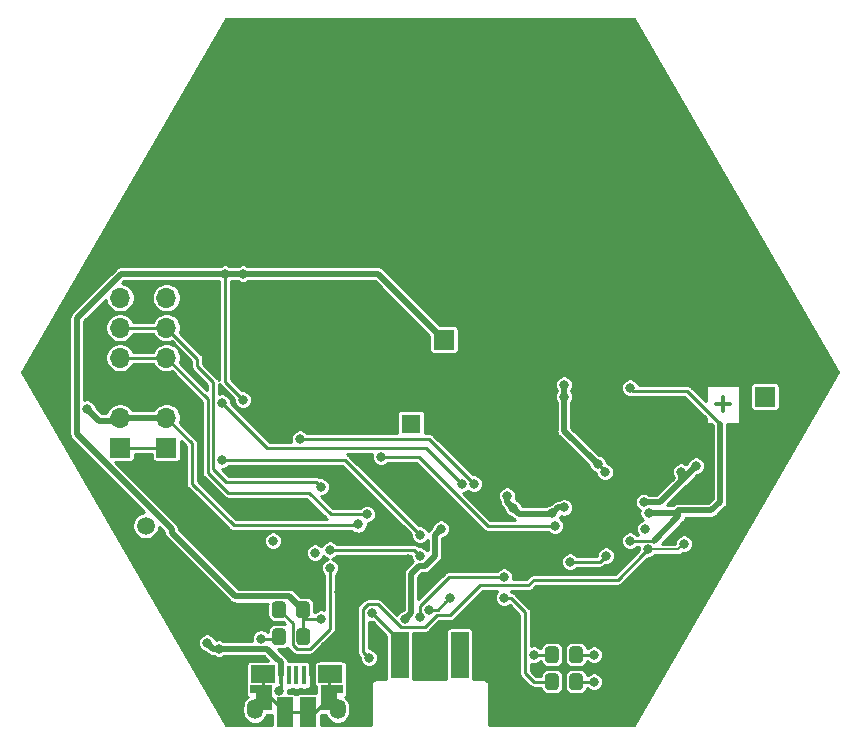
<source format=gtl>
G04 #@! TF.GenerationSoftware,KiCad,Pcbnew,(5.1.6)-1*
G04 #@! TF.CreationDate,2020-11-25T09:48:42+01:00*
G04 #@! TF.ProjectId,Power_module_v1,506f7765-725f-46d6-9f64-756c655f7631,rev?*
G04 #@! TF.SameCoordinates,Original*
G04 #@! TF.FileFunction,Copper,L1,Top*
G04 #@! TF.FilePolarity,Positive*
%FSLAX46Y46*%
G04 Gerber Fmt 4.6, Leading zero omitted, Abs format (unit mm)*
G04 Created by KiCad (PCBNEW (5.1.6)-1) date 2020-11-25 09:48:42*
%MOMM*%
%LPD*%
G01*
G04 APERTURE LIST*
G04 #@! TA.AperFunction,NonConductor*
%ADD10C,0.300000*%
G04 #@! TD*
G04 #@! TA.AperFunction,ComponentPad*
%ADD11R,1.700000X1.700000*%
G04 #@! TD*
G04 #@! TA.AperFunction,ComponentPad*
%ADD12O,1.700000X1.700000*%
G04 #@! TD*
G04 #@! TA.AperFunction,SMDPad,CuDef*
%ADD13R,1.430000X2.500000*%
G04 #@! TD*
G04 #@! TA.AperFunction,SMDPad,CuDef*
%ADD14R,2.000000X1.500000*%
G04 #@! TD*
G04 #@! TA.AperFunction,SMDPad,CuDef*
%ADD15R,1.350000X2.000000*%
G04 #@! TD*
G04 #@! TA.AperFunction,SMDPad,CuDef*
%ADD16R,0.400000X1.650000*%
G04 #@! TD*
G04 #@! TA.AperFunction,ComponentPad*
%ADD17O,1.350000X1.700000*%
G04 #@! TD*
G04 #@! TA.AperFunction,ComponentPad*
%ADD18O,1.100000X1.500000*%
G04 #@! TD*
G04 #@! TA.AperFunction,SMDPad,CuDef*
%ADD19R,1.825000X0.700000*%
G04 #@! TD*
G04 #@! TA.AperFunction,SMDPad,CuDef*
%ADD20R,1.700000X1.700000*%
G04 #@! TD*
G04 #@! TA.AperFunction,SMDPad,CuDef*
%ADD21O,1.700000X1.700000*%
G04 #@! TD*
G04 #@! TA.AperFunction,SMDPad,CuDef*
%ADD22R,1.524000X4.000000*%
G04 #@! TD*
G04 #@! TA.AperFunction,ComponentPad*
%ADD23R,1.600000X1.600000*%
G04 #@! TD*
G04 #@! TA.AperFunction,ComponentPad*
%ADD24C,1.600000*%
G04 #@! TD*
G04 #@! TA.AperFunction,ComponentPad*
%ADD25C,1.500000*%
G04 #@! TD*
G04 #@! TA.AperFunction,ViaPad*
%ADD26C,0.400000*%
G04 #@! TD*
G04 #@! TA.AperFunction,ViaPad*
%ADD27C,0.800000*%
G04 #@! TD*
G04 #@! TA.AperFunction,Conductor*
%ADD28C,0.254000*%
G04 #@! TD*
G04 #@! TA.AperFunction,Conductor*
%ADD29C,0.500000*%
G04 #@! TD*
G04 #@! TA.AperFunction,Conductor*
%ADD30C,0.200000*%
G04 #@! TD*
G04 #@! TA.AperFunction,Conductor*
%ADD31C,0.300000*%
G04 #@! TD*
G04 #@! TA.AperFunction,Conductor*
%ADD32C,0.250000*%
G04 #@! TD*
G04 APERTURE END LIST*
D10*
X146748571Y-80625142D02*
X147891428Y-80625142D01*
X147320000Y-81196571D02*
X147320000Y-80053714D01*
D11*
X150876000Y-80010000D03*
D12*
X150876000Y-82550000D03*
G04 #@! TA.AperFunction,SMDPad,CuDef*
G36*
G01*
X109153000Y-100780001D02*
X109153000Y-99879999D01*
G75*
G02*
X109402999Y-99630000I249999J0D01*
G01*
X110053001Y-99630000D01*
G75*
G02*
X110303000Y-99879999I0J-249999D01*
G01*
X110303000Y-100780001D01*
G75*
G02*
X110053001Y-101030000I-249999J0D01*
G01*
X109402999Y-101030000D01*
G75*
G02*
X109153000Y-100780001I0J249999D01*
G01*
G37*
G04 #@! TD.AperFunction*
G04 #@! TA.AperFunction,SMDPad,CuDef*
G36*
G01*
X111203000Y-100780001D02*
X111203000Y-99879999D01*
G75*
G02*
X111452999Y-99630000I249999J0D01*
G01*
X112103001Y-99630000D01*
G75*
G02*
X112353000Y-99879999I0J-249999D01*
G01*
X112353000Y-100780001D01*
G75*
G02*
X112103001Y-101030000I-249999J0D01*
G01*
X111452999Y-101030000D01*
G75*
G02*
X111203000Y-100780001I0J249999D01*
G01*
G37*
G04 #@! TD.AperFunction*
G04 #@! TA.AperFunction,SMDPad,CuDef*
G36*
G01*
X109135000Y-98494001D02*
X109135000Y-97593999D01*
G75*
G02*
X109384999Y-97344000I249999J0D01*
G01*
X110035001Y-97344000D01*
G75*
G02*
X110285000Y-97593999I0J-249999D01*
G01*
X110285000Y-98494001D01*
G75*
G02*
X110035001Y-98744000I-249999J0D01*
G01*
X109384999Y-98744000D01*
G75*
G02*
X109135000Y-98494001I0J249999D01*
G01*
G37*
G04 #@! TD.AperFunction*
G04 #@! TA.AperFunction,SMDPad,CuDef*
G36*
G01*
X111185000Y-98494001D02*
X111185000Y-97593999D01*
G75*
G02*
X111434999Y-97344000I249999J0D01*
G01*
X112085001Y-97344000D01*
G75*
G02*
X112335000Y-97593999I0J-249999D01*
G01*
X112335000Y-98494001D01*
G75*
G02*
X112085001Y-98744000I-249999J0D01*
G01*
X111434999Y-98744000D01*
G75*
G02*
X111185000Y-98494001I0J249999D01*
G01*
G37*
G04 #@! TD.AperFunction*
G04 #@! TA.AperFunction,SMDPad,CuDef*
G36*
G01*
X133408000Y-103689999D02*
X133408000Y-104590001D01*
G75*
G02*
X133158001Y-104840000I-249999J0D01*
G01*
X132507999Y-104840000D01*
G75*
G02*
X132258000Y-104590001I0J249999D01*
G01*
X132258000Y-103689999D01*
G75*
G02*
X132507999Y-103440000I249999J0D01*
G01*
X133158001Y-103440000D01*
G75*
G02*
X133408000Y-103689999I0J-249999D01*
G01*
G37*
G04 #@! TD.AperFunction*
G04 #@! TA.AperFunction,SMDPad,CuDef*
G36*
G01*
X135458000Y-103689999D02*
X135458000Y-104590001D01*
G75*
G02*
X135208001Y-104840000I-249999J0D01*
G01*
X134557999Y-104840000D01*
G75*
G02*
X134308000Y-104590001I0J249999D01*
G01*
X134308000Y-103689999D01*
G75*
G02*
X134557999Y-103440000I249999J0D01*
G01*
X135208001Y-103440000D01*
G75*
G02*
X135458000Y-103689999I0J-249999D01*
G01*
G37*
G04 #@! TD.AperFunction*
G04 #@! TA.AperFunction,SMDPad,CuDef*
G36*
G01*
X133408000Y-101403999D02*
X133408000Y-102304001D01*
G75*
G02*
X133158001Y-102554000I-249999J0D01*
G01*
X132507999Y-102554000D01*
G75*
G02*
X132258000Y-102304001I0J249999D01*
G01*
X132258000Y-101403999D01*
G75*
G02*
X132507999Y-101154000I249999J0D01*
G01*
X133158001Y-101154000D01*
G75*
G02*
X133408000Y-101403999I0J-249999D01*
G01*
G37*
G04 #@! TD.AperFunction*
G04 #@! TA.AperFunction,SMDPad,CuDef*
G36*
G01*
X135458000Y-101403999D02*
X135458000Y-102304001D01*
G75*
G02*
X135208001Y-102554000I-249999J0D01*
G01*
X134557999Y-102554000D01*
G75*
G02*
X134308000Y-102304001I0J249999D01*
G01*
X134308000Y-101403999D01*
G75*
G02*
X134557999Y-101154000I249999J0D01*
G01*
X135208001Y-101154000D01*
G75*
G02*
X135458000Y-101403999I0J-249999D01*
G01*
G37*
G04 #@! TD.AperFunction*
D13*
X110228900Y-106746740D03*
D14*
X108338900Y-103496740D03*
D15*
X113938900Y-105546740D03*
X108458900Y-105546740D03*
D16*
X111188900Y-103596740D03*
D17*
X114688900Y-106476740D03*
D18*
X108768900Y-103476740D03*
X113608900Y-103476740D03*
D16*
X112488900Y-103596740D03*
X111838900Y-103596740D03*
D19*
X114188900Y-104796740D03*
D16*
X109888900Y-103596740D03*
D14*
X114088900Y-103476740D03*
D19*
X108238900Y-104796740D03*
D16*
X110538900Y-103596740D03*
D17*
X107688900Y-106476740D03*
D13*
X112148900Y-106746740D03*
D12*
X121158000Y-75184000D03*
D11*
X123698000Y-75184000D03*
D20*
X96266000Y-84328000D03*
D21*
X96266000Y-81788000D03*
X96266000Y-79248000D03*
X96266000Y-76708000D03*
X96266000Y-74168000D03*
X96266000Y-71628000D03*
D12*
X100203000Y-71628000D03*
X100203000Y-74168000D03*
X100203000Y-76708000D03*
X100203000Y-79248000D03*
X100203000Y-81788000D03*
D11*
X100203000Y-84328000D03*
D22*
X125049280Y-101912420D03*
X122509280Y-101912420D03*
X119969280Y-101912420D03*
D23*
X120904000Y-82296000D03*
D24*
X120904000Y-79796000D03*
D25*
X98454000Y-90932000D03*
X101854000Y-90932000D03*
D26*
X106680000Y-96012000D03*
X106680000Y-94996000D03*
X136652000Y-88900000D03*
X138176000Y-88900000D03*
X136652000Y-89662000D03*
X136652000Y-90424000D03*
X138176000Y-89662000D03*
X138176000Y-90424000D03*
X137414000Y-88900000D03*
X137414000Y-89662000D03*
X137414000Y-90424000D03*
D27*
X141224000Y-87884000D03*
X132334000Y-88392000D03*
X132080000Y-86868000D03*
X132842000Y-87630000D03*
X133604000Y-88392000D03*
X140208000Y-87884000D03*
X141478000Y-86868000D03*
X129286000Y-98552000D03*
X103378000Y-91948000D03*
X106680000Y-93980000D03*
X102870000Y-81026000D03*
X114808000Y-96520000D03*
X120650000Y-93726000D03*
X113586576Y-101140576D03*
X103886000Y-90170000D03*
X106680000Y-50800000D03*
X137160000Y-50800000D03*
X121920000Y-50800000D03*
X114300000Y-55880000D03*
X129540000Y-55880000D03*
X137160000Y-60960000D03*
X121920000Y-60960000D03*
X106680000Y-60960000D03*
X114300000Y-66040000D03*
X129540000Y-66040000D03*
X144780000Y-66040000D03*
X99060000Y-66040000D03*
X137160000Y-71120000D03*
X149860000Y-73660000D03*
X90170000Y-77470000D03*
X154940000Y-78740000D03*
X140970000Y-101600000D03*
X138430000Y-105410000D03*
X129540000Y-105410000D03*
X95250000Y-88900000D03*
X128270000Y-78740000D03*
X125730000Y-78740000D03*
X148336000Y-90170000D03*
X151130000Y-85090000D03*
X118110000Y-72390000D03*
X113030000Y-78740000D03*
X142240000Y-74930000D03*
X104648000Y-101346000D03*
X144018000Y-92456000D03*
X140970000Y-92927000D03*
X103632000Y-100838000D03*
X109751402Y-104896738D03*
X117348000Y-102108000D03*
X133858000Y-78994000D03*
X133858000Y-80010000D03*
X113284000Y-98806000D03*
X106680000Y-80264000D03*
X105156000Y-69596000D03*
X106680000Y-69596000D03*
X137330343Y-86387491D03*
X136753600Y-85725000D03*
X143764000Y-86360000D03*
X145034000Y-85852000D03*
X140617923Y-88937000D03*
X120396000Y-98806000D03*
X123444000Y-91186000D03*
X93472000Y-81026000D03*
X116446067Y-90817933D03*
X139446000Y-92202000D03*
X139446000Y-79248000D03*
X141032228Y-89848685D03*
X140716000Y-91186000D03*
X109220000Y-92202000D03*
X108204000Y-100496000D03*
X128778000Y-97028000D03*
X136398000Y-104140000D03*
X131318000Y-101854000D03*
X136398000Y-101854000D03*
X117602000Y-98298000D03*
X122417363Y-98054637D03*
X124181273Y-97038443D03*
X121666000Y-91694000D03*
X104901999Y-85344000D03*
X117173067Y-89963463D03*
X113284000Y-87630000D03*
X125215933Y-87382067D03*
X104902000Y-80518000D03*
X126238000Y-87376000D03*
X111506000Y-83566000D03*
X133096000Y-90932000D03*
X118364000Y-85090000D03*
X129540000Y-89408000D03*
X133858000Y-89387000D03*
X129032000Y-88392000D03*
X132842000Y-89895000D03*
X121653147Y-98699598D03*
X128778000Y-95250000D03*
X114046000Y-92964000D03*
X121666000Y-93472000D03*
X137414000Y-93472000D03*
X134366000Y-93980000D03*
X112776000Y-93218000D03*
X114046001Y-94488000D03*
D28*
X100203000Y-79248000D02*
X96266000Y-79248000D01*
X122509280Y-101912420D02*
X122509280Y-99740720D01*
X123659347Y-99740720D02*
X124848067Y-98552000D01*
X122509280Y-99740720D02*
X123659347Y-99740720D01*
X124848067Y-98552000D02*
X129032000Y-98552000D01*
X129032000Y-98552000D02*
X129286000Y-98552000D01*
X101854000Y-90932000D02*
X102362000Y-90932000D01*
X102362000Y-90932000D02*
X103378000Y-91948000D01*
X105410000Y-93980000D02*
X103378000Y-91948000D01*
X106680000Y-93980000D02*
X105410000Y-93980000D01*
D29*
X112488900Y-102153098D02*
X116078000Y-98563998D01*
X112488900Y-103596740D02*
X112488900Y-102153098D01*
D28*
X100203000Y-79248000D02*
X101981000Y-81026000D01*
X101981000Y-81026000D02*
X102870000Y-81026000D01*
X114808000Y-96520000D02*
X116078000Y-96520000D01*
D29*
X116078000Y-98563998D02*
X116078000Y-96520000D01*
X116078000Y-96520000D02*
X117856000Y-96520000D01*
X117856000Y-96520000D02*
X120650000Y-93726000D01*
D28*
X101854000Y-90932000D02*
X103124000Y-90932000D01*
X103124000Y-90932000D02*
X103886000Y-90170000D01*
D30*
X140970000Y-92927000D02*
X143547000Y-92927000D01*
X143547000Y-92927000D02*
X144018000Y-92456000D01*
D29*
X104140000Y-101346000D02*
X105156000Y-101346000D01*
X103632000Y-100838000D02*
X104140000Y-101346000D01*
X105156000Y-101346000D02*
X104902000Y-101346000D01*
X109888900Y-103596740D02*
X109888900Y-102486738D01*
X109698901Y-102296739D02*
X109888900Y-102486738D01*
X105156000Y-101346000D02*
X108458000Y-101346000D01*
X109698901Y-102296739D02*
X109662739Y-102296739D01*
X108712000Y-101346000D02*
X108458000Y-101346000D01*
X109662739Y-102296739D02*
X108712000Y-101346000D01*
D28*
X109888900Y-103596740D02*
X109888900Y-104808900D01*
X109888900Y-104808900D02*
X109982000Y-104902000D01*
X140570001Y-93326999D02*
X140570001Y-93363999D01*
X140970000Y-92927000D02*
X140570001Y-93326999D01*
X140570001Y-93363999D02*
X138430000Y-95504000D01*
X130844999Y-95977001D02*
X131318000Y-95504000D01*
X122074932Y-99533001D02*
X123099286Y-98508647D01*
X120047039Y-99533001D02*
X122074932Y-99533001D01*
X118085037Y-97570999D02*
X120047039Y-99533001D01*
X117253039Y-97570999D02*
X118085037Y-97570999D01*
X126781000Y-95977001D02*
X130844999Y-95977001D01*
X124249354Y-98508647D02*
X126781000Y-95977001D01*
X116874999Y-97949039D02*
X117253039Y-97570999D01*
X117348000Y-102108000D02*
X116874999Y-101634999D01*
X123099286Y-98508647D02*
X124249354Y-98508647D01*
X116874999Y-101634999D02*
X116874999Y-97949039D01*
X138430000Y-95504000D02*
X131318000Y-95504000D01*
X111760000Y-100312000D02*
X111778000Y-100330000D01*
X113284000Y-98806000D02*
X111760000Y-98806000D01*
X111760000Y-98044000D02*
X111760000Y-98806000D01*
X111760000Y-98806000D02*
X111760000Y-100312000D01*
D29*
X123698000Y-75184000D02*
X118110000Y-69596000D01*
X110609990Y-96893990D02*
X111760000Y-98044000D01*
X106039988Y-96893990D02*
X110609990Y-96893990D01*
X100653999Y-91508001D02*
X106039988Y-96893990D01*
X92621999Y-83194001D02*
X100653999Y-91226001D01*
X92621999Y-73347999D02*
X92621999Y-83194001D01*
X96373998Y-69596000D02*
X92621999Y-73347999D01*
X100653999Y-91226001D02*
X100653999Y-91508001D01*
D28*
X105156000Y-78740000D02*
X105156000Y-69596000D01*
X106680000Y-80264000D02*
X105156000Y-78740000D01*
D29*
X105156000Y-69596000D02*
X96373998Y-69596000D01*
X118110000Y-69596000D02*
X106680000Y-69596000D01*
X106680000Y-69596000D02*
X105156000Y-69596000D01*
X133858000Y-78994000D02*
X133858000Y-82888000D01*
X133858000Y-82888000D02*
X136457600Y-85487600D01*
D28*
X137332434Y-86385400D02*
X137330343Y-86387491D01*
X137414000Y-86385400D02*
X137332434Y-86385400D01*
X136457600Y-85505200D02*
X136533800Y-85505200D01*
X136457600Y-85487600D02*
X136457600Y-85505200D01*
X136533800Y-85505200D02*
X136753600Y-85725000D01*
D31*
X136753600Y-85725000D02*
X137414000Y-86385400D01*
D29*
X143510000Y-87376000D02*
X145034000Y-85852000D01*
X143764000Y-87122000D02*
X141986000Y-88900000D01*
X143764000Y-86360000D02*
X143764000Y-87122000D01*
D32*
X141949000Y-88937000D02*
X141986000Y-88900000D01*
D29*
X140617923Y-88937000D02*
X141949000Y-88937000D01*
X93472000Y-81026000D02*
X94488000Y-82042000D01*
X96012000Y-82042000D02*
X96266000Y-81788000D01*
X94488000Y-82042000D02*
X96012000Y-82042000D01*
X96266000Y-81788000D02*
X100203000Y-81788000D01*
X122936000Y-91694000D02*
X123444000Y-91186000D01*
X122936000Y-93460002D02*
X122936000Y-91694000D01*
X122074001Y-94322001D02*
X122936000Y-93460002D01*
X121831999Y-94322001D02*
X122074001Y-94322001D01*
X120904000Y-94996000D02*
X120904000Y-98298000D01*
X122074001Y-94322001D02*
X121577999Y-94322001D01*
X120904000Y-98298000D02*
X120396000Y-98806000D01*
X121577999Y-94322001D02*
X120904000Y-94996000D01*
D28*
X116366999Y-90897001D02*
X116446067Y-90817933D01*
X100203000Y-81788000D02*
X102362000Y-83947000D01*
X102362000Y-83947000D02*
X102362000Y-87376000D01*
X105883001Y-90897001D02*
X109762999Y-90897001D01*
X102362000Y-87376000D02*
X105883001Y-90897001D01*
X109312001Y-90897001D02*
X109762999Y-90897001D01*
X109762999Y-90897001D02*
X116366999Y-90897001D01*
D29*
X143546999Y-89625001D02*
X146340999Y-89625001D01*
X141478000Y-92202000D02*
X143546999Y-90133001D01*
X143546999Y-90133001D02*
X143546999Y-89625001D01*
D32*
X139446000Y-92202000D02*
X141478000Y-92202000D01*
X144272000Y-79502000D02*
X139700000Y-79502000D01*
X139700000Y-79502000D02*
X139446000Y-79248000D01*
X147066000Y-82296000D02*
X144272000Y-79502000D01*
D29*
X147066000Y-88900000D02*
X147066000Y-82296000D01*
X146340999Y-89625001D02*
X147066000Y-88900000D01*
D32*
X143323315Y-89848685D02*
X143546999Y-89625001D01*
D29*
X141032228Y-89848685D02*
X143323315Y-89848685D01*
D28*
X109562000Y-100496000D02*
X109728000Y-100330000D01*
X108204000Y-100496000D02*
X109562000Y-100496000D01*
X132833000Y-104140000D02*
X131318000Y-104140000D01*
X130590999Y-98275314D02*
X130590999Y-103412999D01*
X130590999Y-103412999D02*
X131318000Y-104140000D01*
X129343685Y-97028000D02*
X130590999Y-98275314D01*
X128778000Y-97028000D02*
X129343685Y-97028000D01*
X136398000Y-104140000D02*
X134883000Y-104140000D01*
X131318000Y-101854000D02*
X132833000Y-101854000D01*
X134883000Y-101854000D02*
X136398000Y-101854000D01*
X119969280Y-100665280D02*
X119969280Y-101912420D01*
X117602000Y-98298000D02*
X119969280Y-100665280D01*
X122417363Y-98054637D02*
X123179363Y-98054637D01*
X123179363Y-98054637D02*
X123826497Y-97407503D01*
X123826497Y-97407503D02*
X123826497Y-97393219D01*
X123826497Y-97393219D02*
X124181273Y-97038443D01*
X108338900Y-104696740D02*
X108238900Y-104796740D01*
X108338900Y-103496740D02*
X108338900Y-104696740D01*
X108238900Y-105926740D02*
X107688900Y-106476740D01*
X108238900Y-104796740D02*
X108238900Y-105926740D01*
X109028900Y-105546740D02*
X110228900Y-106746740D01*
X108458900Y-105546740D02*
X109028900Y-105546740D01*
X110228900Y-106746740D02*
X112148900Y-106746740D01*
X112738900Y-106746740D02*
X113938900Y-105546740D01*
X112148900Y-106746740D02*
X112738900Y-106746740D01*
X113938900Y-103626740D02*
X114088900Y-103476740D01*
X113938900Y-105546740D02*
X113938900Y-103626740D01*
X113938900Y-105726740D02*
X114688900Y-106476740D01*
X113938900Y-105546740D02*
X113938900Y-105726740D01*
X114088900Y-103476740D02*
X113608900Y-103476740D01*
X108748900Y-103496740D02*
X108768900Y-103476740D01*
X108338900Y-103496740D02*
X108748900Y-103496740D01*
X107688900Y-106316740D02*
X108458900Y-105546740D01*
X107688900Y-106476740D02*
X107688900Y-106316740D01*
X100237999Y-84362999D02*
X100203000Y-84328000D01*
X100203000Y-84328000D02*
X96266000Y-84328000D01*
X121666000Y-91694000D02*
X115316000Y-85344000D01*
X115316000Y-85344000D02*
X104901999Y-85344000D01*
X100203000Y-76708000D02*
X96266000Y-76708000D01*
X103720989Y-80225989D02*
X103720989Y-86448989D01*
X100203000Y-76708000D02*
X103720989Y-80225989D01*
X103720989Y-86448989D02*
X105410000Y-88138000D01*
X105410000Y-88138000D02*
X112268000Y-88138000D01*
X112268000Y-88138000D02*
X114093463Y-89963463D01*
X114093463Y-89963463D02*
X117173067Y-89963463D01*
X100203000Y-74168000D02*
X96266000Y-74168000D01*
X102816010Y-77416010D02*
X102816010Y-76781010D01*
X112874157Y-87220157D02*
X105254157Y-87220157D01*
X113284000Y-87630000D02*
X112874157Y-87220157D01*
X102816010Y-76781010D02*
X100203000Y-74168000D01*
X104174999Y-86140999D02*
X104174999Y-78774999D01*
X105254157Y-87220157D02*
X104174999Y-86140999D01*
X104174999Y-78774999D02*
X102816010Y-77416010D01*
X125215933Y-87382067D02*
X122196865Y-84362999D01*
X108746999Y-84362999D02*
X122196865Y-84362999D01*
X104902000Y-80518000D02*
X108746999Y-84362999D01*
X126238000Y-87376000D02*
X122428000Y-83566000D01*
X122428000Y-83566000D02*
X111506000Y-83566000D01*
X133096000Y-90932000D02*
X129540000Y-90932000D01*
X127396999Y-90932000D02*
X121554999Y-85090000D01*
X129540000Y-90932000D02*
X127396999Y-90932000D01*
X121554999Y-85090000D02*
X118364000Y-85090000D01*
D29*
X132842000Y-89916000D02*
X130048000Y-89916000D01*
X130048000Y-89916000D02*
X129540000Y-89408000D01*
X133371000Y-89387000D02*
X132842000Y-89916000D01*
X133858000Y-89387000D02*
X133371000Y-89387000D01*
X129032000Y-88900000D02*
X129032000Y-88392000D01*
X129540000Y-89408000D02*
X129032000Y-88900000D01*
X129561000Y-89387000D02*
X129540000Y-89408000D01*
D28*
X124146038Y-95250000D02*
X128778000Y-95250000D01*
X121653147Y-98699598D02*
X121653147Y-97742891D01*
X121653147Y-97742891D02*
X124146038Y-95250000D01*
X120650000Y-92964000D02*
X121158000Y-92964000D01*
X120650000Y-92964000D02*
X120849985Y-92964000D01*
X121158000Y-92964000D02*
X121666000Y-93472000D01*
X114046000Y-92964000D02*
X120650000Y-92964000D01*
D32*
X136906000Y-93980000D02*
X137414000Y-93472000D01*
X134366000Y-93980000D02*
X136906000Y-93980000D01*
D28*
X109710000Y-98044000D02*
X110875990Y-99209990D01*
X114046001Y-99653017D02*
X114046001Y-94488000D01*
X111213992Y-101357010D02*
X112342008Y-101357010D01*
X110875990Y-99209990D02*
X110875990Y-101019008D01*
X110875990Y-101019008D02*
X111213992Y-101357010D01*
X112342008Y-101357010D02*
X114046001Y-99653017D01*
G36*
X157031190Y-77941800D02*
G01*
X139765597Y-107846500D01*
X127477120Y-107846500D01*
X127477120Y-104356621D01*
X127479084Y-104336680D01*
X127471245Y-104257090D01*
X127448030Y-104180559D01*
X127410330Y-104110027D01*
X127359594Y-104048206D01*
X127297773Y-103997470D01*
X127227241Y-103959770D01*
X127150710Y-103936555D01*
X127091061Y-103930680D01*
X127091060Y-103930680D01*
X127071120Y-103928716D01*
X127051179Y-103930680D01*
X126192325Y-103930680D01*
X126194123Y-103912420D01*
X126194123Y-99912420D01*
X126186767Y-99837731D01*
X126164981Y-99765912D01*
X126129602Y-99699724D01*
X126081991Y-99641709D01*
X126023976Y-99594098D01*
X125957788Y-99558719D01*
X125885969Y-99536933D01*
X125811280Y-99529577D01*
X124287280Y-99529577D01*
X124212591Y-99536933D01*
X124140772Y-99558719D01*
X124074584Y-99594098D01*
X124016569Y-99641709D01*
X123968958Y-99699724D01*
X123933579Y-99765912D01*
X123911793Y-99837731D01*
X123904437Y-99912420D01*
X123904437Y-103912420D01*
X123906235Y-103930680D01*
X121112325Y-103930680D01*
X121114123Y-103912420D01*
X121114123Y-100041001D01*
X122049988Y-100041001D01*
X122074932Y-100043458D01*
X122099876Y-100041001D01*
X122099879Y-100041001D01*
X122174517Y-100033650D01*
X122270275Y-100004602D01*
X122358527Y-99957430D01*
X122435880Y-99893949D01*
X122451787Y-99874566D01*
X123309707Y-99016647D01*
X124224410Y-99016647D01*
X124249354Y-99019104D01*
X124274298Y-99016647D01*
X124274301Y-99016647D01*
X124348939Y-99009296D01*
X124444697Y-98980248D01*
X124532949Y-98933076D01*
X124610302Y-98869595D01*
X124626209Y-98850212D01*
X126991421Y-96485001D01*
X128216498Y-96485001D01*
X128171358Y-96530141D01*
X128085887Y-96658058D01*
X128027013Y-96800191D01*
X127997000Y-96951078D01*
X127997000Y-97104922D01*
X128027013Y-97255809D01*
X128085887Y-97397942D01*
X128171358Y-97525859D01*
X128280141Y-97634642D01*
X128408058Y-97720113D01*
X128550191Y-97778987D01*
X128701078Y-97809000D01*
X128854922Y-97809000D01*
X129005809Y-97778987D01*
X129147942Y-97720113D01*
X129249512Y-97652247D01*
X130082999Y-98485735D01*
X130083000Y-103388045D01*
X130080542Y-103412999D01*
X130089473Y-103503673D01*
X130090351Y-103512584D01*
X130109687Y-103576325D01*
X130119399Y-103608342D01*
X130166570Y-103696594D01*
X130187807Y-103722471D01*
X130230052Y-103773947D01*
X130249429Y-103789849D01*
X130941145Y-104481565D01*
X130957052Y-104500948D01*
X131034405Y-104564429D01*
X131122657Y-104611601D01*
X131218415Y-104640649D01*
X131293053Y-104648000D01*
X131293056Y-104648000D01*
X131318000Y-104650457D01*
X131342944Y-104648000D01*
X131880869Y-104648000D01*
X131887317Y-104713462D01*
X131923329Y-104832179D01*
X131981810Y-104941589D01*
X132060512Y-105037488D01*
X132156411Y-105116190D01*
X132265821Y-105174671D01*
X132384538Y-105210683D01*
X132507999Y-105222843D01*
X133158001Y-105222843D01*
X133281462Y-105210683D01*
X133400179Y-105174671D01*
X133509589Y-105116190D01*
X133605488Y-105037488D01*
X133684190Y-104941589D01*
X133742671Y-104832179D01*
X133778683Y-104713462D01*
X133790843Y-104590001D01*
X133790843Y-103689999D01*
X133925157Y-103689999D01*
X133925157Y-104590001D01*
X133937317Y-104713462D01*
X133973329Y-104832179D01*
X134031810Y-104941589D01*
X134110512Y-105037488D01*
X134206411Y-105116190D01*
X134315821Y-105174671D01*
X134434538Y-105210683D01*
X134557999Y-105222843D01*
X135208001Y-105222843D01*
X135331462Y-105210683D01*
X135450179Y-105174671D01*
X135559589Y-105116190D01*
X135655488Y-105037488D01*
X135734190Y-104941589D01*
X135792671Y-104832179D01*
X135828683Y-104713462D01*
X135832115Y-104678616D01*
X135900141Y-104746642D01*
X136028058Y-104832113D01*
X136170191Y-104890987D01*
X136321078Y-104921000D01*
X136474922Y-104921000D01*
X136625809Y-104890987D01*
X136767942Y-104832113D01*
X136895859Y-104746642D01*
X137004642Y-104637859D01*
X137090113Y-104509942D01*
X137148987Y-104367809D01*
X137179000Y-104216922D01*
X137179000Y-104063078D01*
X137148987Y-103912191D01*
X137090113Y-103770058D01*
X137004642Y-103642141D01*
X136895859Y-103533358D01*
X136767942Y-103447887D01*
X136625809Y-103389013D01*
X136474922Y-103359000D01*
X136321078Y-103359000D01*
X136170191Y-103389013D01*
X136028058Y-103447887D01*
X135900141Y-103533358D01*
X135832115Y-103601384D01*
X135828683Y-103566538D01*
X135792671Y-103447821D01*
X135734190Y-103338411D01*
X135655488Y-103242512D01*
X135559589Y-103163810D01*
X135450179Y-103105329D01*
X135331462Y-103069317D01*
X135208001Y-103057157D01*
X134557999Y-103057157D01*
X134434538Y-103069317D01*
X134315821Y-103105329D01*
X134206411Y-103163810D01*
X134110512Y-103242512D01*
X134031810Y-103338411D01*
X133973329Y-103447821D01*
X133937317Y-103566538D01*
X133925157Y-103689999D01*
X133790843Y-103689999D01*
X133778683Y-103566538D01*
X133742671Y-103447821D01*
X133684190Y-103338411D01*
X133605488Y-103242512D01*
X133509589Y-103163810D01*
X133400179Y-103105329D01*
X133281462Y-103069317D01*
X133158001Y-103057157D01*
X132507999Y-103057157D01*
X132384538Y-103069317D01*
X132265821Y-103105329D01*
X132156411Y-103163810D01*
X132060512Y-103242512D01*
X131981810Y-103338411D01*
X131923329Y-103447821D01*
X131887317Y-103566538D01*
X131880869Y-103632000D01*
X131528420Y-103632000D01*
X131098999Y-103202579D01*
X131098999Y-102606739D01*
X131241078Y-102635000D01*
X131394922Y-102635000D01*
X131545809Y-102604987D01*
X131687942Y-102546113D01*
X131815859Y-102460642D01*
X131883885Y-102392616D01*
X131887317Y-102427462D01*
X131923329Y-102546179D01*
X131981810Y-102655589D01*
X132060512Y-102751488D01*
X132156411Y-102830190D01*
X132265821Y-102888671D01*
X132384538Y-102924683D01*
X132507999Y-102936843D01*
X133158001Y-102936843D01*
X133281462Y-102924683D01*
X133400179Y-102888671D01*
X133509589Y-102830190D01*
X133605488Y-102751488D01*
X133684190Y-102655589D01*
X133742671Y-102546179D01*
X133778683Y-102427462D01*
X133790843Y-102304001D01*
X133790843Y-101403999D01*
X133925157Y-101403999D01*
X133925157Y-102304001D01*
X133937317Y-102427462D01*
X133973329Y-102546179D01*
X134031810Y-102655589D01*
X134110512Y-102751488D01*
X134206411Y-102830190D01*
X134315821Y-102888671D01*
X134434538Y-102924683D01*
X134557999Y-102936843D01*
X135208001Y-102936843D01*
X135331462Y-102924683D01*
X135450179Y-102888671D01*
X135559589Y-102830190D01*
X135655488Y-102751488D01*
X135734190Y-102655589D01*
X135792671Y-102546179D01*
X135828683Y-102427462D01*
X135832115Y-102392616D01*
X135900141Y-102460642D01*
X136028058Y-102546113D01*
X136170191Y-102604987D01*
X136321078Y-102635000D01*
X136474922Y-102635000D01*
X136625809Y-102604987D01*
X136767942Y-102546113D01*
X136895859Y-102460642D01*
X137004642Y-102351859D01*
X137090113Y-102223942D01*
X137148987Y-102081809D01*
X137179000Y-101930922D01*
X137179000Y-101777078D01*
X137148987Y-101626191D01*
X137090113Y-101484058D01*
X137004642Y-101356141D01*
X136895859Y-101247358D01*
X136767942Y-101161887D01*
X136625809Y-101103013D01*
X136474922Y-101073000D01*
X136321078Y-101073000D01*
X136170191Y-101103013D01*
X136028058Y-101161887D01*
X135900141Y-101247358D01*
X135832115Y-101315384D01*
X135828683Y-101280538D01*
X135792671Y-101161821D01*
X135734190Y-101052411D01*
X135655488Y-100956512D01*
X135559589Y-100877810D01*
X135450179Y-100819329D01*
X135331462Y-100783317D01*
X135208001Y-100771157D01*
X134557999Y-100771157D01*
X134434538Y-100783317D01*
X134315821Y-100819329D01*
X134206411Y-100877810D01*
X134110512Y-100956512D01*
X134031810Y-101052411D01*
X133973329Y-101161821D01*
X133937317Y-101280538D01*
X133925157Y-101403999D01*
X133790843Y-101403999D01*
X133778683Y-101280538D01*
X133742671Y-101161821D01*
X133684190Y-101052411D01*
X133605488Y-100956512D01*
X133509589Y-100877810D01*
X133400179Y-100819329D01*
X133281462Y-100783317D01*
X133158001Y-100771157D01*
X132507999Y-100771157D01*
X132384538Y-100783317D01*
X132265821Y-100819329D01*
X132156411Y-100877810D01*
X132060512Y-100956512D01*
X131981810Y-101052411D01*
X131923329Y-101161821D01*
X131887317Y-101280538D01*
X131883885Y-101315384D01*
X131815859Y-101247358D01*
X131687942Y-101161887D01*
X131545809Y-101103013D01*
X131394922Y-101073000D01*
X131241078Y-101073000D01*
X131098999Y-101101261D01*
X131098999Y-98300257D01*
X131101456Y-98275313D01*
X131098961Y-98249980D01*
X131091648Y-98175729D01*
X131062600Y-98079971D01*
X131062599Y-98079969D01*
X131015428Y-97991718D01*
X130967849Y-97933743D01*
X130951947Y-97914366D01*
X130932570Y-97898464D01*
X129720540Y-96686435D01*
X129704633Y-96667052D01*
X129627280Y-96603571D01*
X129539028Y-96556399D01*
X129443270Y-96527351D01*
X129375142Y-96520641D01*
X129339502Y-96485001D01*
X130820055Y-96485001D01*
X130844999Y-96487458D01*
X130869943Y-96485001D01*
X130869946Y-96485001D01*
X130944584Y-96477650D01*
X131040342Y-96448602D01*
X131128594Y-96401430D01*
X131205947Y-96337949D01*
X131221854Y-96318567D01*
X131528421Y-96012000D01*
X138405056Y-96012000D01*
X138430000Y-96014457D01*
X138454944Y-96012000D01*
X138454947Y-96012000D01*
X138529585Y-96004649D01*
X138625343Y-95975601D01*
X138713595Y-95928429D01*
X138790948Y-95864948D01*
X138806855Y-95845565D01*
X140911572Y-93740849D01*
X140930949Y-93724947D01*
X140944857Y-93708000D01*
X141046922Y-93708000D01*
X141197809Y-93677987D01*
X141339942Y-93619113D01*
X141467859Y-93533642D01*
X141576642Y-93424859D01*
X141587907Y-93408000D01*
X143523374Y-93408000D01*
X143547000Y-93410327D01*
X143570626Y-93408000D01*
X143641292Y-93401040D01*
X143731961Y-93373536D01*
X143815522Y-93328872D01*
X143888764Y-93268764D01*
X143903830Y-93250406D01*
X143921192Y-93233044D01*
X143941078Y-93237000D01*
X144094922Y-93237000D01*
X144245809Y-93206987D01*
X144387942Y-93148113D01*
X144515859Y-93062642D01*
X144624642Y-92953859D01*
X144710113Y-92825942D01*
X144768987Y-92683809D01*
X144799000Y-92532922D01*
X144799000Y-92379078D01*
X144768987Y-92228191D01*
X144710113Y-92086058D01*
X144624642Y-91958141D01*
X144515859Y-91849358D01*
X144387942Y-91763887D01*
X144245809Y-91705013D01*
X144094922Y-91675000D01*
X143941078Y-91675000D01*
X143790191Y-91705013D01*
X143648058Y-91763887D01*
X143520141Y-91849358D01*
X143411358Y-91958141D01*
X143325887Y-92086058D01*
X143267013Y-92228191D01*
X143237000Y-92379078D01*
X143237000Y-92446000D01*
X142126368Y-92446000D01*
X143971263Y-90601105D01*
X143995342Y-90581344D01*
X144074195Y-90485262D01*
X144132788Y-90375643D01*
X144168869Y-90256699D01*
X144168938Y-90256001D01*
X146310009Y-90256001D01*
X146340999Y-90259053D01*
X146371989Y-90256001D01*
X146371997Y-90256001D01*
X146464697Y-90246871D01*
X146583641Y-90210790D01*
X146693260Y-90152197D01*
X146789342Y-90073344D01*
X146809104Y-90049264D01*
X147490269Y-89368100D01*
X147514343Y-89348343D01*
X147534104Y-89324265D01*
X147593196Y-89252261D01*
X147651789Y-89142642D01*
X147656739Y-89126323D01*
X147687870Y-89023698D01*
X147697000Y-88930998D01*
X147697000Y-88930989D01*
X147700052Y-88900001D01*
X147697000Y-88869013D01*
X147697000Y-82294000D01*
X148779572Y-82294000D01*
X148779572Y-79160000D01*
X149643157Y-79160000D01*
X149643157Y-80860000D01*
X149650513Y-80934689D01*
X149672299Y-81006508D01*
X149707678Y-81072696D01*
X149755289Y-81130711D01*
X149813304Y-81178322D01*
X149879492Y-81213701D01*
X149951311Y-81235487D01*
X150026000Y-81242843D01*
X151726000Y-81242843D01*
X151800689Y-81235487D01*
X151872508Y-81213701D01*
X151938696Y-81178322D01*
X151996711Y-81130711D01*
X152044322Y-81072696D01*
X152079701Y-81006508D01*
X152101487Y-80934689D01*
X152108843Y-80860000D01*
X152108843Y-79160000D01*
X152101487Y-79085311D01*
X152079701Y-79013492D01*
X152044322Y-78947304D01*
X151996711Y-78889289D01*
X151938696Y-78841678D01*
X151872508Y-78806299D01*
X151800689Y-78784513D01*
X151726000Y-78777157D01*
X150026000Y-78777157D01*
X149951311Y-78784513D01*
X149879492Y-78806299D01*
X149813304Y-78841678D01*
X149755289Y-78889289D01*
X149707678Y-78947304D01*
X149672299Y-79013492D01*
X149650513Y-79085311D01*
X149643157Y-79160000D01*
X148779572Y-79160000D01*
X148779572Y-78982000D01*
X145860429Y-78982000D01*
X145860429Y-80374838D01*
X144647376Y-79161785D01*
X144631527Y-79142473D01*
X144554479Y-79079241D01*
X144466575Y-79032255D01*
X144371193Y-79003322D01*
X144296854Y-78996000D01*
X144296846Y-78996000D01*
X144272000Y-78993553D01*
X144247154Y-78996000D01*
X140186967Y-78996000D01*
X140138113Y-78878058D01*
X140052642Y-78750141D01*
X139943859Y-78641358D01*
X139815942Y-78555887D01*
X139673809Y-78497013D01*
X139522922Y-78467000D01*
X139369078Y-78467000D01*
X139218191Y-78497013D01*
X139076058Y-78555887D01*
X138948141Y-78641358D01*
X138839358Y-78750141D01*
X138753887Y-78878058D01*
X138695013Y-79020191D01*
X138665000Y-79171078D01*
X138665000Y-79324922D01*
X138695013Y-79475809D01*
X138753887Y-79617942D01*
X138839358Y-79745859D01*
X138948141Y-79854642D01*
X139076058Y-79940113D01*
X139218191Y-79998987D01*
X139369078Y-80029000D01*
X139522922Y-80029000D01*
X139643946Y-80004927D01*
X139675146Y-80008000D01*
X139675153Y-80008000D01*
X139699999Y-80010447D01*
X139724845Y-80008000D01*
X144062409Y-80008000D01*
X145860429Y-81806021D01*
X145860429Y-82294000D01*
X146348408Y-82294000D01*
X146435001Y-82380593D01*
X146435000Y-88638631D01*
X146079631Y-88994001D01*
X143577997Y-88994001D01*
X143546999Y-88990948D01*
X143516001Y-88994001D01*
X143423301Y-89003131D01*
X143304357Y-89039212D01*
X143194738Y-89097805D01*
X143098656Y-89176658D01*
X143064986Y-89217685D01*
X142560683Y-89217685D01*
X144188268Y-87590101D01*
X144212343Y-87570343D01*
X144232105Y-87546263D01*
X145153921Y-86624447D01*
X145261809Y-86602987D01*
X145403942Y-86544113D01*
X145531859Y-86458642D01*
X145640642Y-86349859D01*
X145726113Y-86221942D01*
X145784987Y-86079809D01*
X145815000Y-85928922D01*
X145815000Y-85775078D01*
X145784987Y-85624191D01*
X145726113Y-85482058D01*
X145640642Y-85354141D01*
X145531859Y-85245358D01*
X145403942Y-85159887D01*
X145261809Y-85101013D01*
X145110922Y-85071000D01*
X144957078Y-85071000D01*
X144806191Y-85101013D01*
X144664058Y-85159887D01*
X144536141Y-85245358D01*
X144427358Y-85354141D01*
X144341887Y-85482058D01*
X144283013Y-85624191D01*
X144261553Y-85732079D01*
X144248920Y-85744712D01*
X144133942Y-85667887D01*
X143991809Y-85609013D01*
X143840922Y-85579000D01*
X143687078Y-85579000D01*
X143536191Y-85609013D01*
X143394058Y-85667887D01*
X143266141Y-85753358D01*
X143157358Y-85862141D01*
X143071887Y-85990058D01*
X143013013Y-86132191D01*
X142983000Y-86283078D01*
X142983000Y-86436922D01*
X143013013Y-86587809D01*
X143071887Y-86729942D01*
X143133000Y-86821405D01*
X143133000Y-86860631D01*
X141687632Y-88306000D01*
X141079328Y-88306000D01*
X140987865Y-88244887D01*
X140845732Y-88186013D01*
X140694845Y-88156000D01*
X140541001Y-88156000D01*
X140390114Y-88186013D01*
X140247981Y-88244887D01*
X140120064Y-88330358D01*
X140011281Y-88439141D01*
X139925810Y-88567058D01*
X139866936Y-88709191D01*
X139836923Y-88860078D01*
X139836923Y-89013922D01*
X139866936Y-89164809D01*
X139925810Y-89306942D01*
X140011281Y-89434859D01*
X140120064Y-89543642D01*
X140247981Y-89629113D01*
X140277196Y-89641214D01*
X140251228Y-89771763D01*
X140251228Y-89925607D01*
X140281241Y-90076494D01*
X140340115Y-90218627D01*
X140425586Y-90346544D01*
X140509764Y-90430722D01*
X140488191Y-90435013D01*
X140346058Y-90493887D01*
X140218141Y-90579358D01*
X140109358Y-90688141D01*
X140023887Y-90816058D01*
X139965013Y-90958191D01*
X139935000Y-91109078D01*
X139935000Y-91262922D01*
X139965013Y-91413809D01*
X140023887Y-91555942D01*
X140109358Y-91683859D01*
X140121499Y-91696000D01*
X140044501Y-91696000D01*
X139943859Y-91595358D01*
X139815942Y-91509887D01*
X139673809Y-91451013D01*
X139522922Y-91421000D01*
X139369078Y-91421000D01*
X139218191Y-91451013D01*
X139076058Y-91509887D01*
X138948141Y-91595358D01*
X138839358Y-91704141D01*
X138753887Y-91832058D01*
X138695013Y-91974191D01*
X138665000Y-92125078D01*
X138665000Y-92278922D01*
X138695013Y-92429809D01*
X138753887Y-92571942D01*
X138839358Y-92699859D01*
X138948141Y-92808642D01*
X139076058Y-92894113D01*
X139218191Y-92952987D01*
X139369078Y-92983000D01*
X139522922Y-92983000D01*
X139673809Y-92952987D01*
X139815942Y-92894113D01*
X139943859Y-92808642D01*
X140044501Y-92708000D01*
X140217261Y-92708000D01*
X140189000Y-92850078D01*
X140189000Y-92990486D01*
X140145572Y-93043404D01*
X140115025Y-93100554D01*
X138219580Y-94996000D01*
X131342943Y-94996000D01*
X131317999Y-94993543D01*
X131293055Y-94996000D01*
X131293053Y-94996000D01*
X131218415Y-95003351D01*
X131122657Y-95032399D01*
X131122655Y-95032400D01*
X131034404Y-95079571D01*
X130979810Y-95124376D01*
X130957052Y-95143052D01*
X130941149Y-95162430D01*
X130634579Y-95469001D01*
X129530739Y-95469001D01*
X129559000Y-95326922D01*
X129559000Y-95173078D01*
X129528987Y-95022191D01*
X129470113Y-94880058D01*
X129384642Y-94752141D01*
X129275859Y-94643358D01*
X129147942Y-94557887D01*
X129005809Y-94499013D01*
X128854922Y-94469000D01*
X128701078Y-94469000D01*
X128550191Y-94499013D01*
X128408058Y-94557887D01*
X128280141Y-94643358D01*
X128181499Y-94742000D01*
X124170981Y-94742000D01*
X124146037Y-94739543D01*
X124121093Y-94742000D01*
X124121091Y-94742000D01*
X124046453Y-94749351D01*
X123950695Y-94778399D01*
X123950693Y-94778400D01*
X123862442Y-94825571D01*
X123833654Y-94849197D01*
X123785090Y-94889052D01*
X123769188Y-94908429D01*
X121535000Y-97142618D01*
X121535000Y-95257368D01*
X121839368Y-94953001D01*
X122043011Y-94953001D01*
X122074001Y-94956053D01*
X122104991Y-94953001D01*
X122104999Y-94953001D01*
X122197699Y-94943871D01*
X122316643Y-94907790D01*
X122426262Y-94849197D01*
X122522344Y-94770344D01*
X122542106Y-94746264D01*
X123360269Y-93928102D01*
X123384343Y-93908345D01*
X123388665Y-93903078D01*
X133585000Y-93903078D01*
X133585000Y-94056922D01*
X133615013Y-94207809D01*
X133673887Y-94349942D01*
X133759358Y-94477859D01*
X133868141Y-94586642D01*
X133996058Y-94672113D01*
X134138191Y-94730987D01*
X134289078Y-94761000D01*
X134442922Y-94761000D01*
X134593809Y-94730987D01*
X134735942Y-94672113D01*
X134863859Y-94586642D01*
X134964501Y-94486000D01*
X136881154Y-94486000D01*
X136906000Y-94488447D01*
X136930846Y-94486000D01*
X136930854Y-94486000D01*
X137005193Y-94478678D01*
X137100575Y-94449745D01*
X137188479Y-94402759D01*
X137265527Y-94339527D01*
X137281376Y-94320215D01*
X137348591Y-94253000D01*
X137490922Y-94253000D01*
X137641809Y-94222987D01*
X137783942Y-94164113D01*
X137911859Y-94078642D01*
X138020642Y-93969859D01*
X138106113Y-93841942D01*
X138164987Y-93699809D01*
X138195000Y-93548922D01*
X138195000Y-93395078D01*
X138164987Y-93244191D01*
X138106113Y-93102058D01*
X138020642Y-92974141D01*
X137911859Y-92865358D01*
X137783942Y-92779887D01*
X137641809Y-92721013D01*
X137490922Y-92691000D01*
X137337078Y-92691000D01*
X137186191Y-92721013D01*
X137044058Y-92779887D01*
X136916141Y-92865358D01*
X136807358Y-92974141D01*
X136721887Y-93102058D01*
X136663013Y-93244191D01*
X136633000Y-93395078D01*
X136633000Y-93474000D01*
X134964501Y-93474000D01*
X134863859Y-93373358D01*
X134735942Y-93287887D01*
X134593809Y-93229013D01*
X134442922Y-93199000D01*
X134289078Y-93199000D01*
X134138191Y-93229013D01*
X133996058Y-93287887D01*
X133868141Y-93373358D01*
X133759358Y-93482141D01*
X133673887Y-93610058D01*
X133615013Y-93752191D01*
X133585000Y-93903078D01*
X123388665Y-93903078D01*
X123406943Y-93880808D01*
X123463196Y-93812263D01*
X123521789Y-93702644D01*
X123557870Y-93583700D01*
X123563913Y-93522342D01*
X123567000Y-93491000D01*
X123567000Y-93490993D01*
X123570052Y-93460002D01*
X123567000Y-93429012D01*
X123567000Y-91957835D01*
X123671809Y-91936987D01*
X123813942Y-91878113D01*
X123941859Y-91792642D01*
X124050642Y-91683859D01*
X124136113Y-91555942D01*
X124194987Y-91413809D01*
X124225000Y-91262922D01*
X124225000Y-91109078D01*
X124194987Y-90958191D01*
X124136113Y-90816058D01*
X124050642Y-90688141D01*
X123941859Y-90579358D01*
X123813942Y-90493887D01*
X123671809Y-90435013D01*
X123520922Y-90405000D01*
X123367078Y-90405000D01*
X123216191Y-90435013D01*
X123074058Y-90493887D01*
X122946141Y-90579358D01*
X122837358Y-90688141D01*
X122751887Y-90816058D01*
X122693013Y-90958191D01*
X122671553Y-91066079D01*
X122511733Y-91225899D01*
X122487658Y-91245657D01*
X122467900Y-91269732D01*
X122467897Y-91269735D01*
X122408804Y-91341740D01*
X122384371Y-91387450D01*
X122358113Y-91324058D01*
X122272642Y-91196141D01*
X122163859Y-91087358D01*
X122035942Y-91001887D01*
X121893809Y-90943013D01*
X121742922Y-90913000D01*
X121603421Y-90913000D01*
X115692855Y-85002435D01*
X115676948Y-84983052D01*
X115599595Y-84919571D01*
X115511343Y-84872399D01*
X115506728Y-84870999D01*
X117611261Y-84870999D01*
X117583000Y-85013078D01*
X117583000Y-85166922D01*
X117613013Y-85317809D01*
X117671887Y-85459942D01*
X117757358Y-85587859D01*
X117866141Y-85696642D01*
X117994058Y-85782113D01*
X118136191Y-85840987D01*
X118287078Y-85871000D01*
X118440922Y-85871000D01*
X118591809Y-85840987D01*
X118733942Y-85782113D01*
X118861859Y-85696642D01*
X118960501Y-85598000D01*
X121344579Y-85598000D01*
X127020144Y-91273565D01*
X127036051Y-91292948D01*
X127113404Y-91356429D01*
X127201656Y-91403601D01*
X127297414Y-91432649D01*
X127372052Y-91440000D01*
X127372055Y-91440000D01*
X127396999Y-91442457D01*
X127421943Y-91440000D01*
X132499499Y-91440000D01*
X132598141Y-91538642D01*
X132726058Y-91624113D01*
X132868191Y-91682987D01*
X133019078Y-91713000D01*
X133172922Y-91713000D01*
X133323809Y-91682987D01*
X133465942Y-91624113D01*
X133593859Y-91538642D01*
X133702642Y-91429859D01*
X133788113Y-91301942D01*
X133846987Y-91159809D01*
X133877000Y-91008922D01*
X133877000Y-90855078D01*
X133846987Y-90704191D01*
X133788113Y-90562058D01*
X133702642Y-90434141D01*
X133593859Y-90325358D01*
X133524645Y-90279111D01*
X133534113Y-90264942D01*
X133592987Y-90122809D01*
X133593030Y-90122594D01*
X133630191Y-90137987D01*
X133781078Y-90168000D01*
X133934922Y-90168000D01*
X134085809Y-90137987D01*
X134227942Y-90079113D01*
X134355859Y-89993642D01*
X134464642Y-89884859D01*
X134550113Y-89756942D01*
X134608987Y-89614809D01*
X134639000Y-89463922D01*
X134639000Y-89310078D01*
X134608987Y-89159191D01*
X134550113Y-89017058D01*
X134464642Y-88889141D01*
X134355859Y-88780358D01*
X134227942Y-88694887D01*
X134085809Y-88636013D01*
X133934922Y-88606000D01*
X133781078Y-88606000D01*
X133630191Y-88636013D01*
X133488058Y-88694887D01*
X133397288Y-88755537D01*
X133371000Y-88752948D01*
X133340009Y-88756000D01*
X133340002Y-88756000D01*
X133247302Y-88765130D01*
X133128358Y-88801211D01*
X133018739Y-88859804D01*
X132957404Y-88910141D01*
X132922657Y-88938657D01*
X132902899Y-88962732D01*
X132748293Y-89117339D01*
X132614191Y-89144013D01*
X132472058Y-89202887D01*
X132349167Y-89285000D01*
X130311835Y-89285000D01*
X130290987Y-89180191D01*
X130232113Y-89038058D01*
X130146642Y-88910141D01*
X130037859Y-88801358D01*
X129909942Y-88715887D01*
X129767809Y-88657013D01*
X129767594Y-88656970D01*
X129782987Y-88619809D01*
X129813000Y-88468922D01*
X129813000Y-88315078D01*
X129782987Y-88164191D01*
X129724113Y-88022058D01*
X129638642Y-87894141D01*
X129529859Y-87785358D01*
X129401942Y-87699887D01*
X129259809Y-87641013D01*
X129108922Y-87611000D01*
X128955078Y-87611000D01*
X128804191Y-87641013D01*
X128662058Y-87699887D01*
X128534141Y-87785358D01*
X128425358Y-87894141D01*
X128339887Y-88022058D01*
X128281013Y-88164191D01*
X128251000Y-88315078D01*
X128251000Y-88468922D01*
X128281013Y-88619809D01*
X128339887Y-88761942D01*
X128401000Y-88853405D01*
X128401000Y-88869010D01*
X128397948Y-88900000D01*
X128401000Y-88930990D01*
X128401000Y-88930997D01*
X128410130Y-89023697D01*
X128446211Y-89142641D01*
X128504804Y-89252260D01*
X128583657Y-89348343D01*
X128607737Y-89368105D01*
X128767553Y-89527921D01*
X128789013Y-89635809D01*
X128847887Y-89777942D01*
X128933358Y-89905859D01*
X129042141Y-90014642D01*
X129170058Y-90100113D01*
X129312191Y-90158987D01*
X129420079Y-90180447D01*
X129579895Y-90340263D01*
X129599657Y-90364343D01*
X129672349Y-90424000D01*
X127607419Y-90424000D01*
X125337588Y-88154169D01*
X125443742Y-88133054D01*
X125585875Y-88074180D01*
X125713792Y-87988709D01*
X125730000Y-87972501D01*
X125740141Y-87982642D01*
X125868058Y-88068113D01*
X126010191Y-88126987D01*
X126161078Y-88157000D01*
X126314922Y-88157000D01*
X126465809Y-88126987D01*
X126607942Y-88068113D01*
X126735859Y-87982642D01*
X126844642Y-87873859D01*
X126930113Y-87745942D01*
X126988987Y-87603809D01*
X127019000Y-87452922D01*
X127019000Y-87299078D01*
X126988987Y-87148191D01*
X126930113Y-87006058D01*
X126844642Y-86878141D01*
X126735859Y-86769358D01*
X126607942Y-86683887D01*
X126465809Y-86625013D01*
X126314922Y-86595000D01*
X126175420Y-86595000D01*
X122804855Y-83224435D01*
X122788948Y-83205052D01*
X122711595Y-83141571D01*
X122623343Y-83094399D01*
X122527585Y-83065351D01*
X122452947Y-83058000D01*
X122452944Y-83058000D01*
X122428000Y-83055543D01*
X122403056Y-83058000D01*
X122086843Y-83058000D01*
X122086843Y-81496000D01*
X122079487Y-81421311D01*
X122057701Y-81349492D01*
X122022322Y-81283304D01*
X121974711Y-81225289D01*
X121916696Y-81177678D01*
X121850508Y-81142299D01*
X121778689Y-81120513D01*
X121704000Y-81113157D01*
X120104000Y-81113157D01*
X120029311Y-81120513D01*
X119957492Y-81142299D01*
X119891304Y-81177678D01*
X119833289Y-81225289D01*
X119785678Y-81283304D01*
X119750299Y-81349492D01*
X119728513Y-81421311D01*
X119721157Y-81496000D01*
X119721157Y-83058000D01*
X112102501Y-83058000D01*
X112003859Y-82959358D01*
X111875942Y-82873887D01*
X111733809Y-82815013D01*
X111582922Y-82785000D01*
X111429078Y-82785000D01*
X111278191Y-82815013D01*
X111136058Y-82873887D01*
X111008141Y-82959358D01*
X110899358Y-83068141D01*
X110813887Y-83196058D01*
X110755013Y-83338191D01*
X110725000Y-83489078D01*
X110725000Y-83642922D01*
X110755013Y-83793809D01*
X110780359Y-83854999D01*
X108957419Y-83854999D01*
X105683000Y-80580580D01*
X105683000Y-80441078D01*
X105652987Y-80290191D01*
X105594113Y-80148058D01*
X105508642Y-80020141D01*
X105399859Y-79911358D01*
X105271942Y-79825887D01*
X105129809Y-79767013D01*
X104978922Y-79737000D01*
X104825078Y-79737000D01*
X104682999Y-79765261D01*
X104682999Y-78930727D01*
X104684399Y-78935342D01*
X104731571Y-79023595D01*
X104795052Y-79100948D01*
X104814435Y-79116855D01*
X105899000Y-80201421D01*
X105899000Y-80340922D01*
X105929013Y-80491809D01*
X105987887Y-80633942D01*
X106073358Y-80761859D01*
X106182141Y-80870642D01*
X106310058Y-80956113D01*
X106452191Y-81014987D01*
X106603078Y-81045000D01*
X106756922Y-81045000D01*
X106907809Y-81014987D01*
X107049942Y-80956113D01*
X107177859Y-80870642D01*
X107286642Y-80761859D01*
X107372113Y-80633942D01*
X107430987Y-80491809D01*
X107461000Y-80340922D01*
X107461000Y-80187078D01*
X107430987Y-80036191D01*
X107372113Y-79894058D01*
X107286642Y-79766141D01*
X107177859Y-79657358D01*
X107049942Y-79571887D01*
X106907809Y-79513013D01*
X106756922Y-79483000D01*
X106617421Y-79483000D01*
X106051499Y-78917078D01*
X133077000Y-78917078D01*
X133077000Y-79070922D01*
X133107013Y-79221809D01*
X133165887Y-79363942D01*
X133227000Y-79455405D01*
X133227000Y-79548595D01*
X133165887Y-79640058D01*
X133107013Y-79782191D01*
X133077000Y-79933078D01*
X133077000Y-80086922D01*
X133107013Y-80237809D01*
X133165887Y-80379942D01*
X133227000Y-80471405D01*
X133227001Y-82857000D01*
X133223948Y-82888000D01*
X133236130Y-83011697D01*
X133272211Y-83130641D01*
X133330804Y-83240260D01*
X133389897Y-83312265D01*
X133389900Y-83312268D01*
X133409658Y-83336343D01*
X133433733Y-83356101D01*
X135995704Y-85918073D01*
X136002613Y-85952809D01*
X136061487Y-86094942D01*
X136146958Y-86222859D01*
X136255741Y-86331642D01*
X136383658Y-86417113D01*
X136525791Y-86475987D01*
X136552710Y-86481342D01*
X136579356Y-86615300D01*
X136638230Y-86757433D01*
X136723701Y-86885350D01*
X136832484Y-86994133D01*
X136960401Y-87079604D01*
X137102534Y-87138478D01*
X137253421Y-87168491D01*
X137407265Y-87168491D01*
X137558152Y-87138478D01*
X137700285Y-87079604D01*
X137828202Y-86994133D01*
X137936985Y-86885350D01*
X138022456Y-86757433D01*
X138081330Y-86615300D01*
X138111343Y-86464413D01*
X138111343Y-86310569D01*
X138081330Y-86159682D01*
X138022456Y-86017549D01*
X137936985Y-85889632D01*
X137828202Y-85780849D01*
X137700285Y-85695378D01*
X137558152Y-85636504D01*
X137531233Y-85631149D01*
X137504587Y-85497191D01*
X137445713Y-85355058D01*
X137360242Y-85227141D01*
X137251459Y-85118358D01*
X137123542Y-85032887D01*
X136981409Y-84974013D01*
X136830522Y-84944000D01*
X136806369Y-84944000D01*
X134489000Y-82626632D01*
X134489000Y-80471405D01*
X134550113Y-80379942D01*
X134608987Y-80237809D01*
X134639000Y-80086922D01*
X134639000Y-79933078D01*
X134608987Y-79782191D01*
X134550113Y-79640058D01*
X134489000Y-79548595D01*
X134489000Y-79455405D01*
X134550113Y-79363942D01*
X134608987Y-79221809D01*
X134639000Y-79070922D01*
X134639000Y-78917078D01*
X134608987Y-78766191D01*
X134550113Y-78624058D01*
X134464642Y-78496141D01*
X134355859Y-78387358D01*
X134227942Y-78301887D01*
X134085809Y-78243013D01*
X133934922Y-78213000D01*
X133781078Y-78213000D01*
X133630191Y-78243013D01*
X133488058Y-78301887D01*
X133360141Y-78387358D01*
X133251358Y-78496141D01*
X133165887Y-78624058D01*
X133107013Y-78766191D01*
X133077000Y-78917078D01*
X106051499Y-78917078D01*
X105664000Y-78529580D01*
X105664000Y-70227000D01*
X106218595Y-70227000D01*
X106310058Y-70288113D01*
X106452191Y-70346987D01*
X106603078Y-70377000D01*
X106756922Y-70377000D01*
X106907809Y-70346987D01*
X107049942Y-70288113D01*
X107141405Y-70227000D01*
X117848632Y-70227000D01*
X122465157Y-74843526D01*
X122465157Y-76034000D01*
X122472513Y-76108689D01*
X122494299Y-76180508D01*
X122529678Y-76246696D01*
X122577289Y-76304711D01*
X122635304Y-76352322D01*
X122701492Y-76387701D01*
X122773311Y-76409487D01*
X122848000Y-76416843D01*
X124548000Y-76416843D01*
X124622689Y-76409487D01*
X124694508Y-76387701D01*
X124760696Y-76352322D01*
X124818711Y-76304711D01*
X124866322Y-76246696D01*
X124901701Y-76180508D01*
X124923487Y-76108689D01*
X124930843Y-76034000D01*
X124930843Y-74334000D01*
X124923487Y-74259311D01*
X124901701Y-74187492D01*
X124866322Y-74121304D01*
X124818711Y-74063289D01*
X124760696Y-74015678D01*
X124694508Y-73980299D01*
X124622689Y-73958513D01*
X124548000Y-73951157D01*
X123357526Y-73951157D01*
X118578105Y-69171737D01*
X118558343Y-69147657D01*
X118462261Y-69068804D01*
X118352642Y-69010211D01*
X118233698Y-68974130D01*
X118140998Y-68965000D01*
X118140990Y-68965000D01*
X118110000Y-68961948D01*
X118079010Y-68965000D01*
X107141405Y-68965000D01*
X107049942Y-68903887D01*
X106907809Y-68845013D01*
X106756922Y-68815000D01*
X106603078Y-68815000D01*
X106452191Y-68845013D01*
X106310058Y-68903887D01*
X106218595Y-68965000D01*
X105617405Y-68965000D01*
X105525942Y-68903887D01*
X105383809Y-68845013D01*
X105232922Y-68815000D01*
X105079078Y-68815000D01*
X104928191Y-68845013D01*
X104786058Y-68903887D01*
X104694595Y-68965000D01*
X96404988Y-68965000D01*
X96373998Y-68961948D01*
X96343007Y-68965000D01*
X96343000Y-68965000D01*
X96250300Y-68974130D01*
X96131356Y-69010211D01*
X96021737Y-69068804D01*
X95953995Y-69124399D01*
X95925655Y-69147657D01*
X95905897Y-69171732D01*
X92197736Y-72879894D01*
X92173656Y-72899656D01*
X92094803Y-72995739D01*
X92036210Y-73105358D01*
X92000129Y-73224302D01*
X91990999Y-73317002D01*
X91990999Y-73317009D01*
X91987947Y-73347999D01*
X91990999Y-73378989D01*
X91991000Y-83163001D01*
X91987947Y-83194001D01*
X92000129Y-83317698D01*
X92036210Y-83436642D01*
X92094803Y-83546261D01*
X92153896Y-83618266D01*
X92153899Y-83618269D01*
X92173657Y-83642344D01*
X92197732Y-83662102D01*
X98337621Y-89801992D01*
X98124100Y-89844464D01*
X97918271Y-89929721D01*
X97733030Y-90053495D01*
X97575495Y-90211030D01*
X97451721Y-90396271D01*
X97366464Y-90602100D01*
X97323000Y-90820606D01*
X97323000Y-91043394D01*
X97366464Y-91261900D01*
X97451721Y-91467729D01*
X97575495Y-91652970D01*
X97733030Y-91810505D01*
X97918271Y-91934279D01*
X98124100Y-92019536D01*
X98342606Y-92063000D01*
X98565394Y-92063000D01*
X98783900Y-92019536D01*
X98989729Y-91934279D01*
X99174970Y-91810505D01*
X99332505Y-91652970D01*
X99456279Y-91467729D01*
X99541536Y-91261900D01*
X99584008Y-91048379D01*
X100022070Y-91486441D01*
X100019947Y-91508001D01*
X100022999Y-91538991D01*
X100022999Y-91538999D01*
X100032129Y-91631699D01*
X100068210Y-91750643D01*
X100126803Y-91860262D01*
X100150670Y-91889343D01*
X100175437Y-91919521D01*
X100205657Y-91956344D01*
X100229732Y-91976102D01*
X105571887Y-97318258D01*
X105591645Y-97342333D01*
X105615720Y-97362091D01*
X105615722Y-97362093D01*
X105671054Y-97407503D01*
X105687727Y-97421186D01*
X105797346Y-97479779D01*
X105916290Y-97515860D01*
X106008990Y-97524990D01*
X106008997Y-97524990D01*
X106039988Y-97528042D01*
X106070978Y-97524990D01*
X108758954Y-97524990D01*
X108752157Y-97593999D01*
X108752157Y-98494001D01*
X108764317Y-98617462D01*
X108800329Y-98736179D01*
X108858810Y-98845589D01*
X108937512Y-98941488D01*
X109033411Y-99020190D01*
X109142821Y-99078671D01*
X109261538Y-99114683D01*
X109384999Y-99126843D01*
X110035001Y-99126843D01*
X110070888Y-99123308D01*
X110220149Y-99272569D01*
X110176462Y-99259317D01*
X110053001Y-99247157D01*
X109402999Y-99247157D01*
X109279538Y-99259317D01*
X109160821Y-99295329D01*
X109051411Y-99353810D01*
X108955512Y-99432512D01*
X108876810Y-99528411D01*
X108818329Y-99637821D01*
X108782317Y-99756538D01*
X108770157Y-99879999D01*
X108770157Y-99957656D01*
X108701859Y-99889358D01*
X108573942Y-99803887D01*
X108431809Y-99745013D01*
X108280922Y-99715000D01*
X108127078Y-99715000D01*
X107976191Y-99745013D01*
X107834058Y-99803887D01*
X107706141Y-99889358D01*
X107597358Y-99998141D01*
X107511887Y-100126058D01*
X107453013Y-100268191D01*
X107423000Y-100419078D01*
X107423000Y-100572922D01*
X107451261Y-100715000D01*
X105109405Y-100715000D01*
X105017942Y-100653887D01*
X104875809Y-100595013D01*
X104724922Y-100565000D01*
X104571078Y-100565000D01*
X104420191Y-100595013D01*
X104383030Y-100610406D01*
X104382987Y-100610191D01*
X104324113Y-100468058D01*
X104238642Y-100340141D01*
X104129859Y-100231358D01*
X104001942Y-100145887D01*
X103859809Y-100087013D01*
X103708922Y-100057000D01*
X103555078Y-100057000D01*
X103404191Y-100087013D01*
X103262058Y-100145887D01*
X103134141Y-100231358D01*
X103025358Y-100340141D01*
X102939887Y-100468058D01*
X102881013Y-100610191D01*
X102851000Y-100761078D01*
X102851000Y-100914922D01*
X102881013Y-101065809D01*
X102939887Y-101207942D01*
X103025358Y-101335859D01*
X103134141Y-101444642D01*
X103262058Y-101530113D01*
X103404191Y-101588987D01*
X103512079Y-101610447D01*
X103671895Y-101770263D01*
X103691657Y-101794343D01*
X103787739Y-101873196D01*
X103897358Y-101931789D01*
X104016302Y-101967870D01*
X104109002Y-101977000D01*
X104109011Y-101977000D01*
X104139999Y-101980052D01*
X104170987Y-101977000D01*
X104186595Y-101977000D01*
X104278058Y-102038113D01*
X104420191Y-102096987D01*
X104571078Y-102127000D01*
X104724922Y-102127000D01*
X104875809Y-102096987D01*
X105017942Y-102038113D01*
X105109405Y-101977000D01*
X108450632Y-101977000D01*
X108819889Y-102346258D01*
X108768900Y-102341236D01*
X108586392Y-102359211D01*
X108570944Y-102363897D01*
X107338900Y-102363897D01*
X107264211Y-102371253D01*
X107192392Y-102393039D01*
X107126204Y-102428418D01*
X107068189Y-102476029D01*
X107020578Y-102534044D01*
X106985199Y-102600232D01*
X106963413Y-102672051D01*
X106956057Y-102746740D01*
X106956057Y-104246740D01*
X106963413Y-104321429D01*
X106964841Y-104326136D01*
X106950913Y-104372051D01*
X106943557Y-104446740D01*
X106943557Y-105146740D01*
X106950913Y-105221429D01*
X106972699Y-105293248D01*
X107008078Y-105359436D01*
X107055689Y-105417451D01*
X107078758Y-105436383D01*
X106938583Y-105551423D01*
X106806620Y-105712219D01*
X106708563Y-105895672D01*
X106648180Y-106094729D01*
X106632900Y-106249869D01*
X106632900Y-106703612D01*
X106648180Y-106858752D01*
X106708563Y-107057809D01*
X106806620Y-107241261D01*
X106938584Y-107402057D01*
X107099380Y-107534020D01*
X107282832Y-107632077D01*
X107481889Y-107692460D01*
X107688900Y-107712849D01*
X107895912Y-107692460D01*
X108094969Y-107632077D01*
X108278421Y-107534020D01*
X108439217Y-107402057D01*
X108571180Y-107241261D01*
X108669237Y-107057808D01*
X108708133Y-106929583D01*
X109131057Y-106929583D01*
X109131057Y-107846500D01*
X105234403Y-107846500D01*
X87968809Y-77941800D01*
X105234403Y-48037100D01*
X139765597Y-48037100D01*
X157031190Y-77941800D01*
G37*
X157031190Y-77941800D02*
X139765597Y-107846500D01*
X127477120Y-107846500D01*
X127477120Y-104356621D01*
X127479084Y-104336680D01*
X127471245Y-104257090D01*
X127448030Y-104180559D01*
X127410330Y-104110027D01*
X127359594Y-104048206D01*
X127297773Y-103997470D01*
X127227241Y-103959770D01*
X127150710Y-103936555D01*
X127091061Y-103930680D01*
X127091060Y-103930680D01*
X127071120Y-103928716D01*
X127051179Y-103930680D01*
X126192325Y-103930680D01*
X126194123Y-103912420D01*
X126194123Y-99912420D01*
X126186767Y-99837731D01*
X126164981Y-99765912D01*
X126129602Y-99699724D01*
X126081991Y-99641709D01*
X126023976Y-99594098D01*
X125957788Y-99558719D01*
X125885969Y-99536933D01*
X125811280Y-99529577D01*
X124287280Y-99529577D01*
X124212591Y-99536933D01*
X124140772Y-99558719D01*
X124074584Y-99594098D01*
X124016569Y-99641709D01*
X123968958Y-99699724D01*
X123933579Y-99765912D01*
X123911793Y-99837731D01*
X123904437Y-99912420D01*
X123904437Y-103912420D01*
X123906235Y-103930680D01*
X121112325Y-103930680D01*
X121114123Y-103912420D01*
X121114123Y-100041001D01*
X122049988Y-100041001D01*
X122074932Y-100043458D01*
X122099876Y-100041001D01*
X122099879Y-100041001D01*
X122174517Y-100033650D01*
X122270275Y-100004602D01*
X122358527Y-99957430D01*
X122435880Y-99893949D01*
X122451787Y-99874566D01*
X123309707Y-99016647D01*
X124224410Y-99016647D01*
X124249354Y-99019104D01*
X124274298Y-99016647D01*
X124274301Y-99016647D01*
X124348939Y-99009296D01*
X124444697Y-98980248D01*
X124532949Y-98933076D01*
X124610302Y-98869595D01*
X124626209Y-98850212D01*
X126991421Y-96485001D01*
X128216498Y-96485001D01*
X128171358Y-96530141D01*
X128085887Y-96658058D01*
X128027013Y-96800191D01*
X127997000Y-96951078D01*
X127997000Y-97104922D01*
X128027013Y-97255809D01*
X128085887Y-97397942D01*
X128171358Y-97525859D01*
X128280141Y-97634642D01*
X128408058Y-97720113D01*
X128550191Y-97778987D01*
X128701078Y-97809000D01*
X128854922Y-97809000D01*
X129005809Y-97778987D01*
X129147942Y-97720113D01*
X129249512Y-97652247D01*
X130082999Y-98485735D01*
X130083000Y-103388045D01*
X130080542Y-103412999D01*
X130089473Y-103503673D01*
X130090351Y-103512584D01*
X130109687Y-103576325D01*
X130119399Y-103608342D01*
X130166570Y-103696594D01*
X130187807Y-103722471D01*
X130230052Y-103773947D01*
X130249429Y-103789849D01*
X130941145Y-104481565D01*
X130957052Y-104500948D01*
X131034405Y-104564429D01*
X131122657Y-104611601D01*
X131218415Y-104640649D01*
X131293053Y-104648000D01*
X131293056Y-104648000D01*
X131318000Y-104650457D01*
X131342944Y-104648000D01*
X131880869Y-104648000D01*
X131887317Y-104713462D01*
X131923329Y-104832179D01*
X131981810Y-104941589D01*
X132060512Y-105037488D01*
X132156411Y-105116190D01*
X132265821Y-105174671D01*
X132384538Y-105210683D01*
X132507999Y-105222843D01*
X133158001Y-105222843D01*
X133281462Y-105210683D01*
X133400179Y-105174671D01*
X133509589Y-105116190D01*
X133605488Y-105037488D01*
X133684190Y-104941589D01*
X133742671Y-104832179D01*
X133778683Y-104713462D01*
X133790843Y-104590001D01*
X133790843Y-103689999D01*
X133925157Y-103689999D01*
X133925157Y-104590001D01*
X133937317Y-104713462D01*
X133973329Y-104832179D01*
X134031810Y-104941589D01*
X134110512Y-105037488D01*
X134206411Y-105116190D01*
X134315821Y-105174671D01*
X134434538Y-105210683D01*
X134557999Y-105222843D01*
X135208001Y-105222843D01*
X135331462Y-105210683D01*
X135450179Y-105174671D01*
X135559589Y-105116190D01*
X135655488Y-105037488D01*
X135734190Y-104941589D01*
X135792671Y-104832179D01*
X135828683Y-104713462D01*
X135832115Y-104678616D01*
X135900141Y-104746642D01*
X136028058Y-104832113D01*
X136170191Y-104890987D01*
X136321078Y-104921000D01*
X136474922Y-104921000D01*
X136625809Y-104890987D01*
X136767942Y-104832113D01*
X136895859Y-104746642D01*
X137004642Y-104637859D01*
X137090113Y-104509942D01*
X137148987Y-104367809D01*
X137179000Y-104216922D01*
X137179000Y-104063078D01*
X137148987Y-103912191D01*
X137090113Y-103770058D01*
X137004642Y-103642141D01*
X136895859Y-103533358D01*
X136767942Y-103447887D01*
X136625809Y-103389013D01*
X136474922Y-103359000D01*
X136321078Y-103359000D01*
X136170191Y-103389013D01*
X136028058Y-103447887D01*
X135900141Y-103533358D01*
X135832115Y-103601384D01*
X135828683Y-103566538D01*
X135792671Y-103447821D01*
X135734190Y-103338411D01*
X135655488Y-103242512D01*
X135559589Y-103163810D01*
X135450179Y-103105329D01*
X135331462Y-103069317D01*
X135208001Y-103057157D01*
X134557999Y-103057157D01*
X134434538Y-103069317D01*
X134315821Y-103105329D01*
X134206411Y-103163810D01*
X134110512Y-103242512D01*
X134031810Y-103338411D01*
X133973329Y-103447821D01*
X133937317Y-103566538D01*
X133925157Y-103689999D01*
X133790843Y-103689999D01*
X133778683Y-103566538D01*
X133742671Y-103447821D01*
X133684190Y-103338411D01*
X133605488Y-103242512D01*
X133509589Y-103163810D01*
X133400179Y-103105329D01*
X133281462Y-103069317D01*
X133158001Y-103057157D01*
X132507999Y-103057157D01*
X132384538Y-103069317D01*
X132265821Y-103105329D01*
X132156411Y-103163810D01*
X132060512Y-103242512D01*
X131981810Y-103338411D01*
X131923329Y-103447821D01*
X131887317Y-103566538D01*
X131880869Y-103632000D01*
X131528420Y-103632000D01*
X131098999Y-103202579D01*
X131098999Y-102606739D01*
X131241078Y-102635000D01*
X131394922Y-102635000D01*
X131545809Y-102604987D01*
X131687942Y-102546113D01*
X131815859Y-102460642D01*
X131883885Y-102392616D01*
X131887317Y-102427462D01*
X131923329Y-102546179D01*
X131981810Y-102655589D01*
X132060512Y-102751488D01*
X132156411Y-102830190D01*
X132265821Y-102888671D01*
X132384538Y-102924683D01*
X132507999Y-102936843D01*
X133158001Y-102936843D01*
X133281462Y-102924683D01*
X133400179Y-102888671D01*
X133509589Y-102830190D01*
X133605488Y-102751488D01*
X133684190Y-102655589D01*
X133742671Y-102546179D01*
X133778683Y-102427462D01*
X133790843Y-102304001D01*
X133790843Y-101403999D01*
X133925157Y-101403999D01*
X133925157Y-102304001D01*
X133937317Y-102427462D01*
X133973329Y-102546179D01*
X134031810Y-102655589D01*
X134110512Y-102751488D01*
X134206411Y-102830190D01*
X134315821Y-102888671D01*
X134434538Y-102924683D01*
X134557999Y-102936843D01*
X135208001Y-102936843D01*
X135331462Y-102924683D01*
X135450179Y-102888671D01*
X135559589Y-102830190D01*
X135655488Y-102751488D01*
X135734190Y-102655589D01*
X135792671Y-102546179D01*
X135828683Y-102427462D01*
X135832115Y-102392616D01*
X135900141Y-102460642D01*
X136028058Y-102546113D01*
X136170191Y-102604987D01*
X136321078Y-102635000D01*
X136474922Y-102635000D01*
X136625809Y-102604987D01*
X136767942Y-102546113D01*
X136895859Y-102460642D01*
X137004642Y-102351859D01*
X137090113Y-102223942D01*
X137148987Y-102081809D01*
X137179000Y-101930922D01*
X137179000Y-101777078D01*
X137148987Y-101626191D01*
X137090113Y-101484058D01*
X137004642Y-101356141D01*
X136895859Y-101247358D01*
X136767942Y-101161887D01*
X136625809Y-101103013D01*
X136474922Y-101073000D01*
X136321078Y-101073000D01*
X136170191Y-101103013D01*
X136028058Y-101161887D01*
X135900141Y-101247358D01*
X135832115Y-101315384D01*
X135828683Y-101280538D01*
X135792671Y-101161821D01*
X135734190Y-101052411D01*
X135655488Y-100956512D01*
X135559589Y-100877810D01*
X135450179Y-100819329D01*
X135331462Y-100783317D01*
X135208001Y-100771157D01*
X134557999Y-100771157D01*
X134434538Y-100783317D01*
X134315821Y-100819329D01*
X134206411Y-100877810D01*
X134110512Y-100956512D01*
X134031810Y-101052411D01*
X133973329Y-101161821D01*
X133937317Y-101280538D01*
X133925157Y-101403999D01*
X133790843Y-101403999D01*
X133778683Y-101280538D01*
X133742671Y-101161821D01*
X133684190Y-101052411D01*
X133605488Y-100956512D01*
X133509589Y-100877810D01*
X133400179Y-100819329D01*
X133281462Y-100783317D01*
X133158001Y-100771157D01*
X132507999Y-100771157D01*
X132384538Y-100783317D01*
X132265821Y-100819329D01*
X132156411Y-100877810D01*
X132060512Y-100956512D01*
X131981810Y-101052411D01*
X131923329Y-101161821D01*
X131887317Y-101280538D01*
X131883885Y-101315384D01*
X131815859Y-101247358D01*
X131687942Y-101161887D01*
X131545809Y-101103013D01*
X131394922Y-101073000D01*
X131241078Y-101073000D01*
X131098999Y-101101261D01*
X131098999Y-98300257D01*
X131101456Y-98275313D01*
X131098961Y-98249980D01*
X131091648Y-98175729D01*
X131062600Y-98079971D01*
X131062599Y-98079969D01*
X131015428Y-97991718D01*
X130967849Y-97933743D01*
X130951947Y-97914366D01*
X130932570Y-97898464D01*
X129720540Y-96686435D01*
X129704633Y-96667052D01*
X129627280Y-96603571D01*
X129539028Y-96556399D01*
X129443270Y-96527351D01*
X129375142Y-96520641D01*
X129339502Y-96485001D01*
X130820055Y-96485001D01*
X130844999Y-96487458D01*
X130869943Y-96485001D01*
X130869946Y-96485001D01*
X130944584Y-96477650D01*
X131040342Y-96448602D01*
X131128594Y-96401430D01*
X131205947Y-96337949D01*
X131221854Y-96318567D01*
X131528421Y-96012000D01*
X138405056Y-96012000D01*
X138430000Y-96014457D01*
X138454944Y-96012000D01*
X138454947Y-96012000D01*
X138529585Y-96004649D01*
X138625343Y-95975601D01*
X138713595Y-95928429D01*
X138790948Y-95864948D01*
X138806855Y-95845565D01*
X140911572Y-93740849D01*
X140930949Y-93724947D01*
X140944857Y-93708000D01*
X141046922Y-93708000D01*
X141197809Y-93677987D01*
X141339942Y-93619113D01*
X141467859Y-93533642D01*
X141576642Y-93424859D01*
X141587907Y-93408000D01*
X143523374Y-93408000D01*
X143547000Y-93410327D01*
X143570626Y-93408000D01*
X143641292Y-93401040D01*
X143731961Y-93373536D01*
X143815522Y-93328872D01*
X143888764Y-93268764D01*
X143903830Y-93250406D01*
X143921192Y-93233044D01*
X143941078Y-93237000D01*
X144094922Y-93237000D01*
X144245809Y-93206987D01*
X144387942Y-93148113D01*
X144515859Y-93062642D01*
X144624642Y-92953859D01*
X144710113Y-92825942D01*
X144768987Y-92683809D01*
X144799000Y-92532922D01*
X144799000Y-92379078D01*
X144768987Y-92228191D01*
X144710113Y-92086058D01*
X144624642Y-91958141D01*
X144515859Y-91849358D01*
X144387942Y-91763887D01*
X144245809Y-91705013D01*
X144094922Y-91675000D01*
X143941078Y-91675000D01*
X143790191Y-91705013D01*
X143648058Y-91763887D01*
X143520141Y-91849358D01*
X143411358Y-91958141D01*
X143325887Y-92086058D01*
X143267013Y-92228191D01*
X143237000Y-92379078D01*
X143237000Y-92446000D01*
X142126368Y-92446000D01*
X143971263Y-90601105D01*
X143995342Y-90581344D01*
X144074195Y-90485262D01*
X144132788Y-90375643D01*
X144168869Y-90256699D01*
X144168938Y-90256001D01*
X146310009Y-90256001D01*
X146340999Y-90259053D01*
X146371989Y-90256001D01*
X146371997Y-90256001D01*
X146464697Y-90246871D01*
X146583641Y-90210790D01*
X146693260Y-90152197D01*
X146789342Y-90073344D01*
X146809104Y-90049264D01*
X147490269Y-89368100D01*
X147514343Y-89348343D01*
X147534104Y-89324265D01*
X147593196Y-89252261D01*
X147651789Y-89142642D01*
X147656739Y-89126323D01*
X147687870Y-89023698D01*
X147697000Y-88930998D01*
X147697000Y-88930989D01*
X147700052Y-88900001D01*
X147697000Y-88869013D01*
X147697000Y-82294000D01*
X148779572Y-82294000D01*
X148779572Y-79160000D01*
X149643157Y-79160000D01*
X149643157Y-80860000D01*
X149650513Y-80934689D01*
X149672299Y-81006508D01*
X149707678Y-81072696D01*
X149755289Y-81130711D01*
X149813304Y-81178322D01*
X149879492Y-81213701D01*
X149951311Y-81235487D01*
X150026000Y-81242843D01*
X151726000Y-81242843D01*
X151800689Y-81235487D01*
X151872508Y-81213701D01*
X151938696Y-81178322D01*
X151996711Y-81130711D01*
X152044322Y-81072696D01*
X152079701Y-81006508D01*
X152101487Y-80934689D01*
X152108843Y-80860000D01*
X152108843Y-79160000D01*
X152101487Y-79085311D01*
X152079701Y-79013492D01*
X152044322Y-78947304D01*
X151996711Y-78889289D01*
X151938696Y-78841678D01*
X151872508Y-78806299D01*
X151800689Y-78784513D01*
X151726000Y-78777157D01*
X150026000Y-78777157D01*
X149951311Y-78784513D01*
X149879492Y-78806299D01*
X149813304Y-78841678D01*
X149755289Y-78889289D01*
X149707678Y-78947304D01*
X149672299Y-79013492D01*
X149650513Y-79085311D01*
X149643157Y-79160000D01*
X148779572Y-79160000D01*
X148779572Y-78982000D01*
X145860429Y-78982000D01*
X145860429Y-80374838D01*
X144647376Y-79161785D01*
X144631527Y-79142473D01*
X144554479Y-79079241D01*
X144466575Y-79032255D01*
X144371193Y-79003322D01*
X144296854Y-78996000D01*
X144296846Y-78996000D01*
X144272000Y-78993553D01*
X144247154Y-78996000D01*
X140186967Y-78996000D01*
X140138113Y-78878058D01*
X140052642Y-78750141D01*
X139943859Y-78641358D01*
X139815942Y-78555887D01*
X139673809Y-78497013D01*
X139522922Y-78467000D01*
X139369078Y-78467000D01*
X139218191Y-78497013D01*
X139076058Y-78555887D01*
X138948141Y-78641358D01*
X138839358Y-78750141D01*
X138753887Y-78878058D01*
X138695013Y-79020191D01*
X138665000Y-79171078D01*
X138665000Y-79324922D01*
X138695013Y-79475809D01*
X138753887Y-79617942D01*
X138839358Y-79745859D01*
X138948141Y-79854642D01*
X139076058Y-79940113D01*
X139218191Y-79998987D01*
X139369078Y-80029000D01*
X139522922Y-80029000D01*
X139643946Y-80004927D01*
X139675146Y-80008000D01*
X139675153Y-80008000D01*
X139699999Y-80010447D01*
X139724845Y-80008000D01*
X144062409Y-80008000D01*
X145860429Y-81806021D01*
X145860429Y-82294000D01*
X146348408Y-82294000D01*
X146435001Y-82380593D01*
X146435000Y-88638631D01*
X146079631Y-88994001D01*
X143577997Y-88994001D01*
X143546999Y-88990948D01*
X143516001Y-88994001D01*
X143423301Y-89003131D01*
X143304357Y-89039212D01*
X143194738Y-89097805D01*
X143098656Y-89176658D01*
X143064986Y-89217685D01*
X142560683Y-89217685D01*
X144188268Y-87590101D01*
X144212343Y-87570343D01*
X144232105Y-87546263D01*
X145153921Y-86624447D01*
X145261809Y-86602987D01*
X145403942Y-86544113D01*
X145531859Y-86458642D01*
X145640642Y-86349859D01*
X145726113Y-86221942D01*
X145784987Y-86079809D01*
X145815000Y-85928922D01*
X145815000Y-85775078D01*
X145784987Y-85624191D01*
X145726113Y-85482058D01*
X145640642Y-85354141D01*
X145531859Y-85245358D01*
X145403942Y-85159887D01*
X145261809Y-85101013D01*
X145110922Y-85071000D01*
X144957078Y-85071000D01*
X144806191Y-85101013D01*
X144664058Y-85159887D01*
X144536141Y-85245358D01*
X144427358Y-85354141D01*
X144341887Y-85482058D01*
X144283013Y-85624191D01*
X144261553Y-85732079D01*
X144248920Y-85744712D01*
X144133942Y-85667887D01*
X143991809Y-85609013D01*
X143840922Y-85579000D01*
X143687078Y-85579000D01*
X143536191Y-85609013D01*
X143394058Y-85667887D01*
X143266141Y-85753358D01*
X143157358Y-85862141D01*
X143071887Y-85990058D01*
X143013013Y-86132191D01*
X142983000Y-86283078D01*
X142983000Y-86436922D01*
X143013013Y-86587809D01*
X143071887Y-86729942D01*
X143133000Y-86821405D01*
X143133000Y-86860631D01*
X141687632Y-88306000D01*
X141079328Y-88306000D01*
X140987865Y-88244887D01*
X140845732Y-88186013D01*
X140694845Y-88156000D01*
X140541001Y-88156000D01*
X140390114Y-88186013D01*
X140247981Y-88244887D01*
X140120064Y-88330358D01*
X140011281Y-88439141D01*
X139925810Y-88567058D01*
X139866936Y-88709191D01*
X139836923Y-88860078D01*
X139836923Y-89013922D01*
X139866936Y-89164809D01*
X139925810Y-89306942D01*
X140011281Y-89434859D01*
X140120064Y-89543642D01*
X140247981Y-89629113D01*
X140277196Y-89641214D01*
X140251228Y-89771763D01*
X140251228Y-89925607D01*
X140281241Y-90076494D01*
X140340115Y-90218627D01*
X140425586Y-90346544D01*
X140509764Y-90430722D01*
X140488191Y-90435013D01*
X140346058Y-90493887D01*
X140218141Y-90579358D01*
X140109358Y-90688141D01*
X140023887Y-90816058D01*
X139965013Y-90958191D01*
X139935000Y-91109078D01*
X139935000Y-91262922D01*
X139965013Y-91413809D01*
X140023887Y-91555942D01*
X140109358Y-91683859D01*
X140121499Y-91696000D01*
X140044501Y-91696000D01*
X139943859Y-91595358D01*
X139815942Y-91509887D01*
X139673809Y-91451013D01*
X139522922Y-91421000D01*
X139369078Y-91421000D01*
X139218191Y-91451013D01*
X139076058Y-91509887D01*
X138948141Y-91595358D01*
X138839358Y-91704141D01*
X138753887Y-91832058D01*
X138695013Y-91974191D01*
X138665000Y-92125078D01*
X138665000Y-92278922D01*
X138695013Y-92429809D01*
X138753887Y-92571942D01*
X138839358Y-92699859D01*
X138948141Y-92808642D01*
X139076058Y-92894113D01*
X139218191Y-92952987D01*
X139369078Y-92983000D01*
X139522922Y-92983000D01*
X139673809Y-92952987D01*
X139815942Y-92894113D01*
X139943859Y-92808642D01*
X140044501Y-92708000D01*
X140217261Y-92708000D01*
X140189000Y-92850078D01*
X140189000Y-92990486D01*
X140145572Y-93043404D01*
X140115025Y-93100554D01*
X138219580Y-94996000D01*
X131342943Y-94996000D01*
X131317999Y-94993543D01*
X131293055Y-94996000D01*
X131293053Y-94996000D01*
X131218415Y-95003351D01*
X131122657Y-95032399D01*
X131122655Y-95032400D01*
X131034404Y-95079571D01*
X130979810Y-95124376D01*
X130957052Y-95143052D01*
X130941149Y-95162430D01*
X130634579Y-95469001D01*
X129530739Y-95469001D01*
X129559000Y-95326922D01*
X129559000Y-95173078D01*
X129528987Y-95022191D01*
X129470113Y-94880058D01*
X129384642Y-94752141D01*
X129275859Y-94643358D01*
X129147942Y-94557887D01*
X129005809Y-94499013D01*
X128854922Y-94469000D01*
X128701078Y-94469000D01*
X128550191Y-94499013D01*
X128408058Y-94557887D01*
X128280141Y-94643358D01*
X128181499Y-94742000D01*
X124170981Y-94742000D01*
X124146037Y-94739543D01*
X124121093Y-94742000D01*
X124121091Y-94742000D01*
X124046453Y-94749351D01*
X123950695Y-94778399D01*
X123950693Y-94778400D01*
X123862442Y-94825571D01*
X123833654Y-94849197D01*
X123785090Y-94889052D01*
X123769188Y-94908429D01*
X121535000Y-97142618D01*
X121535000Y-95257368D01*
X121839368Y-94953001D01*
X122043011Y-94953001D01*
X122074001Y-94956053D01*
X122104991Y-94953001D01*
X122104999Y-94953001D01*
X122197699Y-94943871D01*
X122316643Y-94907790D01*
X122426262Y-94849197D01*
X122522344Y-94770344D01*
X122542106Y-94746264D01*
X123360269Y-93928102D01*
X123384343Y-93908345D01*
X123388665Y-93903078D01*
X133585000Y-93903078D01*
X133585000Y-94056922D01*
X133615013Y-94207809D01*
X133673887Y-94349942D01*
X133759358Y-94477859D01*
X133868141Y-94586642D01*
X133996058Y-94672113D01*
X134138191Y-94730987D01*
X134289078Y-94761000D01*
X134442922Y-94761000D01*
X134593809Y-94730987D01*
X134735942Y-94672113D01*
X134863859Y-94586642D01*
X134964501Y-94486000D01*
X136881154Y-94486000D01*
X136906000Y-94488447D01*
X136930846Y-94486000D01*
X136930854Y-94486000D01*
X137005193Y-94478678D01*
X137100575Y-94449745D01*
X137188479Y-94402759D01*
X137265527Y-94339527D01*
X137281376Y-94320215D01*
X137348591Y-94253000D01*
X137490922Y-94253000D01*
X137641809Y-94222987D01*
X137783942Y-94164113D01*
X137911859Y-94078642D01*
X138020642Y-93969859D01*
X138106113Y-93841942D01*
X138164987Y-93699809D01*
X138195000Y-93548922D01*
X138195000Y-93395078D01*
X138164987Y-93244191D01*
X138106113Y-93102058D01*
X138020642Y-92974141D01*
X137911859Y-92865358D01*
X137783942Y-92779887D01*
X137641809Y-92721013D01*
X137490922Y-92691000D01*
X137337078Y-92691000D01*
X137186191Y-92721013D01*
X137044058Y-92779887D01*
X136916141Y-92865358D01*
X136807358Y-92974141D01*
X136721887Y-93102058D01*
X136663013Y-93244191D01*
X136633000Y-93395078D01*
X136633000Y-93474000D01*
X134964501Y-93474000D01*
X134863859Y-93373358D01*
X134735942Y-93287887D01*
X134593809Y-93229013D01*
X134442922Y-93199000D01*
X134289078Y-93199000D01*
X134138191Y-93229013D01*
X133996058Y-93287887D01*
X133868141Y-93373358D01*
X133759358Y-93482141D01*
X133673887Y-93610058D01*
X133615013Y-93752191D01*
X133585000Y-93903078D01*
X123388665Y-93903078D01*
X123406943Y-93880808D01*
X123463196Y-93812263D01*
X123521789Y-93702644D01*
X123557870Y-93583700D01*
X123563913Y-93522342D01*
X123567000Y-93491000D01*
X123567000Y-93490993D01*
X123570052Y-93460002D01*
X123567000Y-93429012D01*
X123567000Y-91957835D01*
X123671809Y-91936987D01*
X123813942Y-91878113D01*
X123941859Y-91792642D01*
X124050642Y-91683859D01*
X124136113Y-91555942D01*
X124194987Y-91413809D01*
X124225000Y-91262922D01*
X124225000Y-91109078D01*
X124194987Y-90958191D01*
X124136113Y-90816058D01*
X124050642Y-90688141D01*
X123941859Y-90579358D01*
X123813942Y-90493887D01*
X123671809Y-90435013D01*
X123520922Y-90405000D01*
X123367078Y-90405000D01*
X123216191Y-90435013D01*
X123074058Y-90493887D01*
X122946141Y-90579358D01*
X122837358Y-90688141D01*
X122751887Y-90816058D01*
X122693013Y-90958191D01*
X122671553Y-91066079D01*
X122511733Y-91225899D01*
X122487658Y-91245657D01*
X122467900Y-91269732D01*
X122467897Y-91269735D01*
X122408804Y-91341740D01*
X122384371Y-91387450D01*
X122358113Y-91324058D01*
X122272642Y-91196141D01*
X122163859Y-91087358D01*
X122035942Y-91001887D01*
X121893809Y-90943013D01*
X121742922Y-90913000D01*
X121603421Y-90913000D01*
X115692855Y-85002435D01*
X115676948Y-84983052D01*
X115599595Y-84919571D01*
X115511343Y-84872399D01*
X115506728Y-84870999D01*
X117611261Y-84870999D01*
X117583000Y-85013078D01*
X117583000Y-85166922D01*
X117613013Y-85317809D01*
X117671887Y-85459942D01*
X117757358Y-85587859D01*
X117866141Y-85696642D01*
X117994058Y-85782113D01*
X118136191Y-85840987D01*
X118287078Y-85871000D01*
X118440922Y-85871000D01*
X118591809Y-85840987D01*
X118733942Y-85782113D01*
X118861859Y-85696642D01*
X118960501Y-85598000D01*
X121344579Y-85598000D01*
X127020144Y-91273565D01*
X127036051Y-91292948D01*
X127113404Y-91356429D01*
X127201656Y-91403601D01*
X127297414Y-91432649D01*
X127372052Y-91440000D01*
X127372055Y-91440000D01*
X127396999Y-91442457D01*
X127421943Y-91440000D01*
X132499499Y-91440000D01*
X132598141Y-91538642D01*
X132726058Y-91624113D01*
X132868191Y-91682987D01*
X133019078Y-91713000D01*
X133172922Y-91713000D01*
X133323809Y-91682987D01*
X133465942Y-91624113D01*
X133593859Y-91538642D01*
X133702642Y-91429859D01*
X133788113Y-91301942D01*
X133846987Y-91159809D01*
X133877000Y-91008922D01*
X133877000Y-90855078D01*
X133846987Y-90704191D01*
X133788113Y-90562058D01*
X133702642Y-90434141D01*
X133593859Y-90325358D01*
X133524645Y-90279111D01*
X133534113Y-90264942D01*
X133592987Y-90122809D01*
X133593030Y-90122594D01*
X133630191Y-90137987D01*
X133781078Y-90168000D01*
X133934922Y-90168000D01*
X134085809Y-90137987D01*
X134227942Y-90079113D01*
X134355859Y-89993642D01*
X134464642Y-89884859D01*
X134550113Y-89756942D01*
X134608987Y-89614809D01*
X134639000Y-89463922D01*
X134639000Y-89310078D01*
X134608987Y-89159191D01*
X134550113Y-89017058D01*
X134464642Y-88889141D01*
X134355859Y-88780358D01*
X134227942Y-88694887D01*
X134085809Y-88636013D01*
X133934922Y-88606000D01*
X133781078Y-88606000D01*
X133630191Y-88636013D01*
X133488058Y-88694887D01*
X133397288Y-88755537D01*
X133371000Y-88752948D01*
X133340009Y-88756000D01*
X133340002Y-88756000D01*
X133247302Y-88765130D01*
X133128358Y-88801211D01*
X133018739Y-88859804D01*
X132957404Y-88910141D01*
X132922657Y-88938657D01*
X132902899Y-88962732D01*
X132748293Y-89117339D01*
X132614191Y-89144013D01*
X132472058Y-89202887D01*
X132349167Y-89285000D01*
X130311835Y-89285000D01*
X130290987Y-89180191D01*
X130232113Y-89038058D01*
X130146642Y-88910141D01*
X130037859Y-88801358D01*
X129909942Y-88715887D01*
X129767809Y-88657013D01*
X129767594Y-88656970D01*
X129782987Y-88619809D01*
X129813000Y-88468922D01*
X129813000Y-88315078D01*
X129782987Y-88164191D01*
X129724113Y-88022058D01*
X129638642Y-87894141D01*
X129529859Y-87785358D01*
X129401942Y-87699887D01*
X129259809Y-87641013D01*
X129108922Y-87611000D01*
X128955078Y-87611000D01*
X128804191Y-87641013D01*
X128662058Y-87699887D01*
X128534141Y-87785358D01*
X128425358Y-87894141D01*
X128339887Y-88022058D01*
X128281013Y-88164191D01*
X128251000Y-88315078D01*
X128251000Y-88468922D01*
X128281013Y-88619809D01*
X128339887Y-88761942D01*
X128401000Y-88853405D01*
X128401000Y-88869010D01*
X128397948Y-88900000D01*
X128401000Y-88930990D01*
X128401000Y-88930997D01*
X128410130Y-89023697D01*
X128446211Y-89142641D01*
X128504804Y-89252260D01*
X128583657Y-89348343D01*
X128607737Y-89368105D01*
X128767553Y-89527921D01*
X128789013Y-89635809D01*
X128847887Y-89777942D01*
X128933358Y-89905859D01*
X129042141Y-90014642D01*
X129170058Y-90100113D01*
X129312191Y-90158987D01*
X129420079Y-90180447D01*
X129579895Y-90340263D01*
X129599657Y-90364343D01*
X129672349Y-90424000D01*
X127607419Y-90424000D01*
X125337588Y-88154169D01*
X125443742Y-88133054D01*
X125585875Y-88074180D01*
X125713792Y-87988709D01*
X125730000Y-87972501D01*
X125740141Y-87982642D01*
X125868058Y-88068113D01*
X126010191Y-88126987D01*
X126161078Y-88157000D01*
X126314922Y-88157000D01*
X126465809Y-88126987D01*
X126607942Y-88068113D01*
X126735859Y-87982642D01*
X126844642Y-87873859D01*
X126930113Y-87745942D01*
X126988987Y-87603809D01*
X127019000Y-87452922D01*
X127019000Y-87299078D01*
X126988987Y-87148191D01*
X126930113Y-87006058D01*
X126844642Y-86878141D01*
X126735859Y-86769358D01*
X126607942Y-86683887D01*
X126465809Y-86625013D01*
X126314922Y-86595000D01*
X126175420Y-86595000D01*
X122804855Y-83224435D01*
X122788948Y-83205052D01*
X122711595Y-83141571D01*
X122623343Y-83094399D01*
X122527585Y-83065351D01*
X122452947Y-83058000D01*
X122452944Y-83058000D01*
X122428000Y-83055543D01*
X122403056Y-83058000D01*
X122086843Y-83058000D01*
X122086843Y-81496000D01*
X122079487Y-81421311D01*
X122057701Y-81349492D01*
X122022322Y-81283304D01*
X121974711Y-81225289D01*
X121916696Y-81177678D01*
X121850508Y-81142299D01*
X121778689Y-81120513D01*
X121704000Y-81113157D01*
X120104000Y-81113157D01*
X120029311Y-81120513D01*
X119957492Y-81142299D01*
X119891304Y-81177678D01*
X119833289Y-81225289D01*
X119785678Y-81283304D01*
X119750299Y-81349492D01*
X119728513Y-81421311D01*
X119721157Y-81496000D01*
X119721157Y-83058000D01*
X112102501Y-83058000D01*
X112003859Y-82959358D01*
X111875942Y-82873887D01*
X111733809Y-82815013D01*
X111582922Y-82785000D01*
X111429078Y-82785000D01*
X111278191Y-82815013D01*
X111136058Y-82873887D01*
X111008141Y-82959358D01*
X110899358Y-83068141D01*
X110813887Y-83196058D01*
X110755013Y-83338191D01*
X110725000Y-83489078D01*
X110725000Y-83642922D01*
X110755013Y-83793809D01*
X110780359Y-83854999D01*
X108957419Y-83854999D01*
X105683000Y-80580580D01*
X105683000Y-80441078D01*
X105652987Y-80290191D01*
X105594113Y-80148058D01*
X105508642Y-80020141D01*
X105399859Y-79911358D01*
X105271942Y-79825887D01*
X105129809Y-79767013D01*
X104978922Y-79737000D01*
X104825078Y-79737000D01*
X104682999Y-79765261D01*
X104682999Y-78930727D01*
X104684399Y-78935342D01*
X104731571Y-79023595D01*
X104795052Y-79100948D01*
X104814435Y-79116855D01*
X105899000Y-80201421D01*
X105899000Y-80340922D01*
X105929013Y-80491809D01*
X105987887Y-80633942D01*
X106073358Y-80761859D01*
X106182141Y-80870642D01*
X106310058Y-80956113D01*
X106452191Y-81014987D01*
X106603078Y-81045000D01*
X106756922Y-81045000D01*
X106907809Y-81014987D01*
X107049942Y-80956113D01*
X107177859Y-80870642D01*
X107286642Y-80761859D01*
X107372113Y-80633942D01*
X107430987Y-80491809D01*
X107461000Y-80340922D01*
X107461000Y-80187078D01*
X107430987Y-80036191D01*
X107372113Y-79894058D01*
X107286642Y-79766141D01*
X107177859Y-79657358D01*
X107049942Y-79571887D01*
X106907809Y-79513013D01*
X106756922Y-79483000D01*
X106617421Y-79483000D01*
X106051499Y-78917078D01*
X133077000Y-78917078D01*
X133077000Y-79070922D01*
X133107013Y-79221809D01*
X133165887Y-79363942D01*
X133227000Y-79455405D01*
X133227000Y-79548595D01*
X133165887Y-79640058D01*
X133107013Y-79782191D01*
X133077000Y-79933078D01*
X133077000Y-80086922D01*
X133107013Y-80237809D01*
X133165887Y-80379942D01*
X133227000Y-80471405D01*
X133227001Y-82857000D01*
X133223948Y-82888000D01*
X133236130Y-83011697D01*
X133272211Y-83130641D01*
X133330804Y-83240260D01*
X133389897Y-83312265D01*
X133389900Y-83312268D01*
X133409658Y-83336343D01*
X133433733Y-83356101D01*
X135995704Y-85918073D01*
X136002613Y-85952809D01*
X136061487Y-86094942D01*
X136146958Y-86222859D01*
X136255741Y-86331642D01*
X136383658Y-86417113D01*
X136525791Y-86475987D01*
X136552710Y-86481342D01*
X136579356Y-86615300D01*
X136638230Y-86757433D01*
X136723701Y-86885350D01*
X136832484Y-86994133D01*
X136960401Y-87079604D01*
X137102534Y-87138478D01*
X137253421Y-87168491D01*
X137407265Y-87168491D01*
X137558152Y-87138478D01*
X137700285Y-87079604D01*
X137828202Y-86994133D01*
X137936985Y-86885350D01*
X138022456Y-86757433D01*
X138081330Y-86615300D01*
X138111343Y-86464413D01*
X138111343Y-86310569D01*
X138081330Y-86159682D01*
X138022456Y-86017549D01*
X137936985Y-85889632D01*
X137828202Y-85780849D01*
X137700285Y-85695378D01*
X137558152Y-85636504D01*
X137531233Y-85631149D01*
X137504587Y-85497191D01*
X137445713Y-85355058D01*
X137360242Y-85227141D01*
X137251459Y-85118358D01*
X137123542Y-85032887D01*
X136981409Y-84974013D01*
X136830522Y-84944000D01*
X136806369Y-84944000D01*
X134489000Y-82626632D01*
X134489000Y-80471405D01*
X134550113Y-80379942D01*
X134608987Y-80237809D01*
X134639000Y-80086922D01*
X134639000Y-79933078D01*
X134608987Y-79782191D01*
X134550113Y-79640058D01*
X134489000Y-79548595D01*
X134489000Y-79455405D01*
X134550113Y-79363942D01*
X134608987Y-79221809D01*
X134639000Y-79070922D01*
X134639000Y-78917078D01*
X134608987Y-78766191D01*
X134550113Y-78624058D01*
X134464642Y-78496141D01*
X134355859Y-78387358D01*
X134227942Y-78301887D01*
X134085809Y-78243013D01*
X133934922Y-78213000D01*
X133781078Y-78213000D01*
X133630191Y-78243013D01*
X133488058Y-78301887D01*
X133360141Y-78387358D01*
X133251358Y-78496141D01*
X133165887Y-78624058D01*
X133107013Y-78766191D01*
X133077000Y-78917078D01*
X106051499Y-78917078D01*
X105664000Y-78529580D01*
X105664000Y-70227000D01*
X106218595Y-70227000D01*
X106310058Y-70288113D01*
X106452191Y-70346987D01*
X106603078Y-70377000D01*
X106756922Y-70377000D01*
X106907809Y-70346987D01*
X107049942Y-70288113D01*
X107141405Y-70227000D01*
X117848632Y-70227000D01*
X122465157Y-74843526D01*
X122465157Y-76034000D01*
X122472513Y-76108689D01*
X122494299Y-76180508D01*
X122529678Y-76246696D01*
X122577289Y-76304711D01*
X122635304Y-76352322D01*
X122701492Y-76387701D01*
X122773311Y-76409487D01*
X122848000Y-76416843D01*
X124548000Y-76416843D01*
X124622689Y-76409487D01*
X124694508Y-76387701D01*
X124760696Y-76352322D01*
X124818711Y-76304711D01*
X124866322Y-76246696D01*
X124901701Y-76180508D01*
X124923487Y-76108689D01*
X124930843Y-76034000D01*
X124930843Y-74334000D01*
X124923487Y-74259311D01*
X124901701Y-74187492D01*
X124866322Y-74121304D01*
X124818711Y-74063289D01*
X124760696Y-74015678D01*
X124694508Y-73980299D01*
X124622689Y-73958513D01*
X124548000Y-73951157D01*
X123357526Y-73951157D01*
X118578105Y-69171737D01*
X118558343Y-69147657D01*
X118462261Y-69068804D01*
X118352642Y-69010211D01*
X118233698Y-68974130D01*
X118140998Y-68965000D01*
X118140990Y-68965000D01*
X118110000Y-68961948D01*
X118079010Y-68965000D01*
X107141405Y-68965000D01*
X107049942Y-68903887D01*
X106907809Y-68845013D01*
X106756922Y-68815000D01*
X106603078Y-68815000D01*
X106452191Y-68845013D01*
X106310058Y-68903887D01*
X106218595Y-68965000D01*
X105617405Y-68965000D01*
X105525942Y-68903887D01*
X105383809Y-68845013D01*
X105232922Y-68815000D01*
X105079078Y-68815000D01*
X104928191Y-68845013D01*
X104786058Y-68903887D01*
X104694595Y-68965000D01*
X96404988Y-68965000D01*
X96373998Y-68961948D01*
X96343007Y-68965000D01*
X96343000Y-68965000D01*
X96250300Y-68974130D01*
X96131356Y-69010211D01*
X96021737Y-69068804D01*
X95953995Y-69124399D01*
X95925655Y-69147657D01*
X95905897Y-69171732D01*
X92197736Y-72879894D01*
X92173656Y-72899656D01*
X92094803Y-72995739D01*
X92036210Y-73105358D01*
X92000129Y-73224302D01*
X91990999Y-73317002D01*
X91990999Y-73317009D01*
X91987947Y-73347999D01*
X91990999Y-73378989D01*
X91991000Y-83163001D01*
X91987947Y-83194001D01*
X92000129Y-83317698D01*
X92036210Y-83436642D01*
X92094803Y-83546261D01*
X92153896Y-83618266D01*
X92153899Y-83618269D01*
X92173657Y-83642344D01*
X92197732Y-83662102D01*
X98337621Y-89801992D01*
X98124100Y-89844464D01*
X97918271Y-89929721D01*
X97733030Y-90053495D01*
X97575495Y-90211030D01*
X97451721Y-90396271D01*
X97366464Y-90602100D01*
X97323000Y-90820606D01*
X97323000Y-91043394D01*
X97366464Y-91261900D01*
X97451721Y-91467729D01*
X97575495Y-91652970D01*
X97733030Y-91810505D01*
X97918271Y-91934279D01*
X98124100Y-92019536D01*
X98342606Y-92063000D01*
X98565394Y-92063000D01*
X98783900Y-92019536D01*
X98989729Y-91934279D01*
X99174970Y-91810505D01*
X99332505Y-91652970D01*
X99456279Y-91467729D01*
X99541536Y-91261900D01*
X99584008Y-91048379D01*
X100022070Y-91486441D01*
X100019947Y-91508001D01*
X100022999Y-91538991D01*
X100022999Y-91538999D01*
X100032129Y-91631699D01*
X100068210Y-91750643D01*
X100126803Y-91860262D01*
X100150670Y-91889343D01*
X100175437Y-91919521D01*
X100205657Y-91956344D01*
X100229732Y-91976102D01*
X105571887Y-97318258D01*
X105591645Y-97342333D01*
X105615720Y-97362091D01*
X105615722Y-97362093D01*
X105671054Y-97407503D01*
X105687727Y-97421186D01*
X105797346Y-97479779D01*
X105916290Y-97515860D01*
X106008990Y-97524990D01*
X106008997Y-97524990D01*
X106039988Y-97528042D01*
X106070978Y-97524990D01*
X108758954Y-97524990D01*
X108752157Y-97593999D01*
X108752157Y-98494001D01*
X108764317Y-98617462D01*
X108800329Y-98736179D01*
X108858810Y-98845589D01*
X108937512Y-98941488D01*
X109033411Y-99020190D01*
X109142821Y-99078671D01*
X109261538Y-99114683D01*
X109384999Y-99126843D01*
X110035001Y-99126843D01*
X110070888Y-99123308D01*
X110220149Y-99272569D01*
X110176462Y-99259317D01*
X110053001Y-99247157D01*
X109402999Y-99247157D01*
X109279538Y-99259317D01*
X109160821Y-99295329D01*
X109051411Y-99353810D01*
X108955512Y-99432512D01*
X108876810Y-99528411D01*
X108818329Y-99637821D01*
X108782317Y-99756538D01*
X108770157Y-99879999D01*
X108770157Y-99957656D01*
X108701859Y-99889358D01*
X108573942Y-99803887D01*
X108431809Y-99745013D01*
X108280922Y-99715000D01*
X108127078Y-99715000D01*
X107976191Y-99745013D01*
X107834058Y-99803887D01*
X107706141Y-99889358D01*
X107597358Y-99998141D01*
X107511887Y-100126058D01*
X107453013Y-100268191D01*
X107423000Y-100419078D01*
X107423000Y-100572922D01*
X107451261Y-100715000D01*
X105109405Y-100715000D01*
X105017942Y-100653887D01*
X104875809Y-100595013D01*
X104724922Y-100565000D01*
X104571078Y-100565000D01*
X104420191Y-100595013D01*
X104383030Y-100610406D01*
X104382987Y-100610191D01*
X104324113Y-100468058D01*
X104238642Y-100340141D01*
X104129859Y-100231358D01*
X104001942Y-100145887D01*
X103859809Y-100087013D01*
X103708922Y-100057000D01*
X103555078Y-100057000D01*
X103404191Y-100087013D01*
X103262058Y-100145887D01*
X103134141Y-100231358D01*
X103025358Y-100340141D01*
X102939887Y-100468058D01*
X102881013Y-100610191D01*
X102851000Y-100761078D01*
X102851000Y-100914922D01*
X102881013Y-101065809D01*
X102939887Y-101207942D01*
X103025358Y-101335859D01*
X103134141Y-101444642D01*
X103262058Y-101530113D01*
X103404191Y-101588987D01*
X103512079Y-101610447D01*
X103671895Y-101770263D01*
X103691657Y-101794343D01*
X103787739Y-101873196D01*
X103897358Y-101931789D01*
X104016302Y-101967870D01*
X104109002Y-101977000D01*
X104109011Y-101977000D01*
X104139999Y-101980052D01*
X104170987Y-101977000D01*
X104186595Y-101977000D01*
X104278058Y-102038113D01*
X104420191Y-102096987D01*
X104571078Y-102127000D01*
X104724922Y-102127000D01*
X104875809Y-102096987D01*
X105017942Y-102038113D01*
X105109405Y-101977000D01*
X108450632Y-101977000D01*
X108819889Y-102346258D01*
X108768900Y-102341236D01*
X108586392Y-102359211D01*
X108570944Y-102363897D01*
X107338900Y-102363897D01*
X107264211Y-102371253D01*
X107192392Y-102393039D01*
X107126204Y-102428418D01*
X107068189Y-102476029D01*
X107020578Y-102534044D01*
X106985199Y-102600232D01*
X106963413Y-102672051D01*
X106956057Y-102746740D01*
X106956057Y-104246740D01*
X106963413Y-104321429D01*
X106964841Y-104326136D01*
X106950913Y-104372051D01*
X106943557Y-104446740D01*
X106943557Y-105146740D01*
X106950913Y-105221429D01*
X106972699Y-105293248D01*
X107008078Y-105359436D01*
X107055689Y-105417451D01*
X107078758Y-105436383D01*
X106938583Y-105551423D01*
X106806620Y-105712219D01*
X106708563Y-105895672D01*
X106648180Y-106094729D01*
X106632900Y-106249869D01*
X106632900Y-106703612D01*
X106648180Y-106858752D01*
X106708563Y-107057809D01*
X106806620Y-107241261D01*
X106938584Y-107402057D01*
X107099380Y-107534020D01*
X107282832Y-107632077D01*
X107481889Y-107692460D01*
X107688900Y-107712849D01*
X107895912Y-107692460D01*
X108094969Y-107632077D01*
X108278421Y-107534020D01*
X108439217Y-107402057D01*
X108571180Y-107241261D01*
X108669237Y-107057808D01*
X108708133Y-106929583D01*
X109131057Y-106929583D01*
X109131057Y-107846500D01*
X105234403Y-107846500D01*
X87968809Y-77941800D01*
X105234403Y-48037100D01*
X139765597Y-48037100D01*
X157031190Y-77941800D01*
G36*
X120885000Y-93548922D02*
G01*
X120915013Y-93699809D01*
X120973887Y-93841942D01*
X121050712Y-93956919D01*
X120479737Y-94527895D01*
X120455657Y-94547657D01*
X120376804Y-94643740D01*
X120318211Y-94753359D01*
X120282130Y-94872303D01*
X120273000Y-94965003D01*
X120273000Y-94965010D01*
X120269948Y-94996000D01*
X120273000Y-95026990D01*
X120273001Y-98034165D01*
X120168191Y-98055013D01*
X120026058Y-98113887D01*
X119898141Y-98199358D01*
X119789358Y-98308141D01*
X119703887Y-98436058D01*
X119693527Y-98461069D01*
X118461892Y-97229434D01*
X118445985Y-97210051D01*
X118368632Y-97146570D01*
X118280380Y-97099398D01*
X118184622Y-97070350D01*
X118109984Y-97062999D01*
X118109981Y-97062999D01*
X118085037Y-97060542D01*
X118060093Y-97062999D01*
X117277982Y-97062999D01*
X117253038Y-97060542D01*
X117228094Y-97062999D01*
X117228092Y-97062999D01*
X117153454Y-97070350D01*
X117057696Y-97099398D01*
X117057694Y-97099399D01*
X116969443Y-97146570D01*
X116914849Y-97191375D01*
X116892091Y-97210051D01*
X116876188Y-97229429D01*
X116533429Y-97572189D01*
X116514052Y-97588091D01*
X116498150Y-97607468D01*
X116498149Y-97607469D01*
X116450570Y-97665444D01*
X116409174Y-97742891D01*
X116403399Y-97753696D01*
X116374593Y-97848658D01*
X116374351Y-97849455D01*
X116364542Y-97949039D01*
X116367000Y-97973993D01*
X116366999Y-101610055D01*
X116364542Y-101634999D01*
X116366999Y-101659943D01*
X116366999Y-101659945D01*
X116374350Y-101734583D01*
X116403398Y-101830341D01*
X116450570Y-101918594D01*
X116514051Y-101995947D01*
X116533433Y-102011854D01*
X116567000Y-102045420D01*
X116567000Y-102184922D01*
X116597013Y-102335809D01*
X116655887Y-102477942D01*
X116741358Y-102605859D01*
X116850141Y-102714642D01*
X116978058Y-102800113D01*
X117120191Y-102858987D01*
X117271078Y-102889000D01*
X117424922Y-102889000D01*
X117575809Y-102858987D01*
X117717942Y-102800113D01*
X117845859Y-102714642D01*
X117954642Y-102605859D01*
X118040113Y-102477942D01*
X118098987Y-102335809D01*
X118129000Y-102184922D01*
X118129000Y-102031078D01*
X118098987Y-101880191D01*
X118040113Y-101738058D01*
X117954642Y-101610141D01*
X117845859Y-101501358D01*
X117717942Y-101415887D01*
X117575809Y-101357013D01*
X117424922Y-101327000D01*
X117382999Y-101327000D01*
X117382999Y-99050739D01*
X117525078Y-99079000D01*
X117664580Y-99079000D01*
X118824437Y-100238858D01*
X118824437Y-103912420D01*
X118826235Y-103930680D01*
X117947061Y-103930680D01*
X117927120Y-103928716D01*
X117907180Y-103930680D01*
X117907179Y-103930680D01*
X117847530Y-103936555D01*
X117770999Y-103959770D01*
X117700467Y-103997470D01*
X117638646Y-104048206D01*
X117587910Y-104110027D01*
X117550210Y-104180559D01*
X117526995Y-104257090D01*
X117519156Y-104336680D01*
X117521121Y-104356631D01*
X117521120Y-107846500D01*
X113246743Y-107846500D01*
X113246743Y-106957317D01*
X113274477Y-106929583D01*
X113669666Y-106929583D01*
X113708563Y-107057809D01*
X113806620Y-107241261D01*
X113938584Y-107402057D01*
X114099380Y-107534020D01*
X114282832Y-107632077D01*
X114481889Y-107692460D01*
X114688900Y-107712849D01*
X114895912Y-107692460D01*
X115094969Y-107632077D01*
X115278421Y-107534020D01*
X115439217Y-107402057D01*
X115571180Y-107241261D01*
X115669237Y-107057808D01*
X115729620Y-106858751D01*
X115744900Y-106703611D01*
X115744900Y-106249868D01*
X115729620Y-106094728D01*
X115669237Y-105895671D01*
X115571180Y-105712219D01*
X115439217Y-105551423D01*
X115324041Y-105456900D01*
X115372111Y-105417451D01*
X115419722Y-105359436D01*
X115455101Y-105293248D01*
X115476887Y-105221429D01*
X115484243Y-105146740D01*
X115484243Y-104446740D01*
X115476887Y-104372051D01*
X115459926Y-104316136D01*
X115464387Y-104301429D01*
X115471743Y-104226740D01*
X115471743Y-102726740D01*
X115464387Y-102652051D01*
X115442601Y-102580232D01*
X115407222Y-102514044D01*
X115359611Y-102456029D01*
X115301596Y-102408418D01*
X115235408Y-102373039D01*
X115163589Y-102351253D01*
X115088900Y-102343897D01*
X113635918Y-102343897D01*
X113608900Y-102341236D01*
X113581882Y-102343897D01*
X113088900Y-102343897D01*
X113014211Y-102351253D01*
X112942392Y-102373039D01*
X112876204Y-102408418D01*
X112818189Y-102456029D01*
X112770578Y-102514044D01*
X112735199Y-102580232D01*
X112713413Y-102652051D01*
X112706057Y-102726740D01*
X112706057Y-103045820D01*
X112691371Y-103094233D01*
X112677900Y-103231010D01*
X112677900Y-103722471D01*
X112691371Y-103859248D01*
X112706057Y-103907661D01*
X112706057Y-104226740D01*
X112713413Y-104301429D01*
X112735199Y-104373248D01*
X112770578Y-104439436D01*
X112818189Y-104497451D01*
X112876204Y-104545062D01*
X112881057Y-104547656D01*
X112881057Y-105115587D01*
X112863900Y-105113897D01*
X111433900Y-105113897D01*
X111359211Y-105121253D01*
X111287392Y-105143039D01*
X111221204Y-105178418D01*
X111188900Y-105204929D01*
X111156596Y-105178418D01*
X111090408Y-105143039D01*
X111018589Y-105121253D01*
X110943900Y-105113897D01*
X110504507Y-105113897D01*
X110532402Y-104973660D01*
X110532402Y-104819816D01*
X110529372Y-104804583D01*
X110738900Y-104804583D01*
X110813589Y-104797227D01*
X110863900Y-104781965D01*
X110914211Y-104797227D01*
X110988900Y-104804583D01*
X111388900Y-104804583D01*
X111463589Y-104797227D01*
X111513900Y-104781965D01*
X111564211Y-104797227D01*
X111638900Y-104804583D01*
X112038900Y-104804583D01*
X112113589Y-104797227D01*
X112185408Y-104775441D01*
X112251596Y-104740062D01*
X112309611Y-104692451D01*
X112357222Y-104634436D01*
X112392601Y-104568248D01*
X112414387Y-104496429D01*
X112421743Y-104421740D01*
X112421743Y-102771740D01*
X112414387Y-102697051D01*
X112392601Y-102625232D01*
X112357222Y-102559044D01*
X112309611Y-102501029D01*
X112251596Y-102453418D01*
X112185408Y-102418039D01*
X112113589Y-102396253D01*
X112038900Y-102388897D01*
X111638900Y-102388897D01*
X111564211Y-102396253D01*
X111513900Y-102411515D01*
X111463589Y-102396253D01*
X111388900Y-102388897D01*
X110988900Y-102388897D01*
X110914211Y-102396253D01*
X110863900Y-102411515D01*
X110813589Y-102396253D01*
X110738900Y-102388897D01*
X110513317Y-102388897D01*
X110510770Y-102363040D01*
X110474689Y-102244096D01*
X110416096Y-102134477D01*
X110337243Y-102038395D01*
X110313163Y-102018633D01*
X110167006Y-101872476D01*
X110147244Y-101848396D01*
X110051162Y-101769543D01*
X110001214Y-101742845D01*
X109671212Y-101412843D01*
X110053001Y-101412843D01*
X110176462Y-101400683D01*
X110295179Y-101364671D01*
X110404589Y-101306190D01*
X110438572Y-101278301D01*
X110451561Y-101302603D01*
X110487176Y-101346000D01*
X110515043Y-101379956D01*
X110534420Y-101395858D01*
X110837137Y-101698575D01*
X110853044Y-101717958D01*
X110897468Y-101754415D01*
X110930396Y-101781439D01*
X110977568Y-101806653D01*
X111018649Y-101828611D01*
X111114407Y-101857659D01*
X111189045Y-101865010D01*
X111189047Y-101865010D01*
X111213991Y-101867467D01*
X111238935Y-101865010D01*
X112317064Y-101865010D01*
X112342008Y-101867467D01*
X112366952Y-101865010D01*
X112366955Y-101865010D01*
X112441593Y-101857659D01*
X112537351Y-101828611D01*
X112625603Y-101781439D01*
X112702956Y-101717958D01*
X112718863Y-101698575D01*
X114387572Y-100029867D01*
X114406949Y-100013965D01*
X114443807Y-99969053D01*
X114470430Y-99936613D01*
X114517601Y-99848361D01*
X114517602Y-99848360D01*
X114546650Y-99752602D01*
X114554001Y-99677964D01*
X114554001Y-99677962D01*
X114556458Y-99653018D01*
X114554001Y-99628074D01*
X114554001Y-95084501D01*
X114652643Y-94985859D01*
X114738114Y-94857942D01*
X114796988Y-94715809D01*
X114827001Y-94564922D01*
X114827001Y-94411078D01*
X114796988Y-94260191D01*
X114738114Y-94118058D01*
X114652643Y-93990141D01*
X114543860Y-93881358D01*
X114415943Y-93795887D01*
X114273810Y-93737013D01*
X114218443Y-93726000D01*
X114273809Y-93714987D01*
X114415942Y-93656113D01*
X114543859Y-93570642D01*
X114642501Y-93472000D01*
X120885000Y-93472000D01*
X120885000Y-93548922D01*
G37*
X120885000Y-93548922D02*
X120915013Y-93699809D01*
X120973887Y-93841942D01*
X121050712Y-93956919D01*
X120479737Y-94527895D01*
X120455657Y-94547657D01*
X120376804Y-94643740D01*
X120318211Y-94753359D01*
X120282130Y-94872303D01*
X120273000Y-94965003D01*
X120273000Y-94965010D01*
X120269948Y-94996000D01*
X120273000Y-95026990D01*
X120273001Y-98034165D01*
X120168191Y-98055013D01*
X120026058Y-98113887D01*
X119898141Y-98199358D01*
X119789358Y-98308141D01*
X119703887Y-98436058D01*
X119693527Y-98461069D01*
X118461892Y-97229434D01*
X118445985Y-97210051D01*
X118368632Y-97146570D01*
X118280380Y-97099398D01*
X118184622Y-97070350D01*
X118109984Y-97062999D01*
X118109981Y-97062999D01*
X118085037Y-97060542D01*
X118060093Y-97062999D01*
X117277982Y-97062999D01*
X117253038Y-97060542D01*
X117228094Y-97062999D01*
X117228092Y-97062999D01*
X117153454Y-97070350D01*
X117057696Y-97099398D01*
X117057694Y-97099399D01*
X116969443Y-97146570D01*
X116914849Y-97191375D01*
X116892091Y-97210051D01*
X116876188Y-97229429D01*
X116533429Y-97572189D01*
X116514052Y-97588091D01*
X116498150Y-97607468D01*
X116498149Y-97607469D01*
X116450570Y-97665444D01*
X116409174Y-97742891D01*
X116403399Y-97753696D01*
X116374593Y-97848658D01*
X116374351Y-97849455D01*
X116364542Y-97949039D01*
X116367000Y-97973993D01*
X116366999Y-101610055D01*
X116364542Y-101634999D01*
X116366999Y-101659943D01*
X116366999Y-101659945D01*
X116374350Y-101734583D01*
X116403398Y-101830341D01*
X116450570Y-101918594D01*
X116514051Y-101995947D01*
X116533433Y-102011854D01*
X116567000Y-102045420D01*
X116567000Y-102184922D01*
X116597013Y-102335809D01*
X116655887Y-102477942D01*
X116741358Y-102605859D01*
X116850141Y-102714642D01*
X116978058Y-102800113D01*
X117120191Y-102858987D01*
X117271078Y-102889000D01*
X117424922Y-102889000D01*
X117575809Y-102858987D01*
X117717942Y-102800113D01*
X117845859Y-102714642D01*
X117954642Y-102605859D01*
X118040113Y-102477942D01*
X118098987Y-102335809D01*
X118129000Y-102184922D01*
X118129000Y-102031078D01*
X118098987Y-101880191D01*
X118040113Y-101738058D01*
X117954642Y-101610141D01*
X117845859Y-101501358D01*
X117717942Y-101415887D01*
X117575809Y-101357013D01*
X117424922Y-101327000D01*
X117382999Y-101327000D01*
X117382999Y-99050739D01*
X117525078Y-99079000D01*
X117664580Y-99079000D01*
X118824437Y-100238858D01*
X118824437Y-103912420D01*
X118826235Y-103930680D01*
X117947061Y-103930680D01*
X117927120Y-103928716D01*
X117907180Y-103930680D01*
X117907179Y-103930680D01*
X117847530Y-103936555D01*
X117770999Y-103959770D01*
X117700467Y-103997470D01*
X117638646Y-104048206D01*
X117587910Y-104110027D01*
X117550210Y-104180559D01*
X117526995Y-104257090D01*
X117519156Y-104336680D01*
X117521121Y-104356631D01*
X117521120Y-107846500D01*
X113246743Y-107846500D01*
X113246743Y-106957317D01*
X113274477Y-106929583D01*
X113669666Y-106929583D01*
X113708563Y-107057809D01*
X113806620Y-107241261D01*
X113938584Y-107402057D01*
X114099380Y-107534020D01*
X114282832Y-107632077D01*
X114481889Y-107692460D01*
X114688900Y-107712849D01*
X114895912Y-107692460D01*
X115094969Y-107632077D01*
X115278421Y-107534020D01*
X115439217Y-107402057D01*
X115571180Y-107241261D01*
X115669237Y-107057808D01*
X115729620Y-106858751D01*
X115744900Y-106703611D01*
X115744900Y-106249868D01*
X115729620Y-106094728D01*
X115669237Y-105895671D01*
X115571180Y-105712219D01*
X115439217Y-105551423D01*
X115324041Y-105456900D01*
X115372111Y-105417451D01*
X115419722Y-105359436D01*
X115455101Y-105293248D01*
X115476887Y-105221429D01*
X115484243Y-105146740D01*
X115484243Y-104446740D01*
X115476887Y-104372051D01*
X115459926Y-104316136D01*
X115464387Y-104301429D01*
X115471743Y-104226740D01*
X115471743Y-102726740D01*
X115464387Y-102652051D01*
X115442601Y-102580232D01*
X115407222Y-102514044D01*
X115359611Y-102456029D01*
X115301596Y-102408418D01*
X115235408Y-102373039D01*
X115163589Y-102351253D01*
X115088900Y-102343897D01*
X113635918Y-102343897D01*
X113608900Y-102341236D01*
X113581882Y-102343897D01*
X113088900Y-102343897D01*
X113014211Y-102351253D01*
X112942392Y-102373039D01*
X112876204Y-102408418D01*
X112818189Y-102456029D01*
X112770578Y-102514044D01*
X112735199Y-102580232D01*
X112713413Y-102652051D01*
X112706057Y-102726740D01*
X112706057Y-103045820D01*
X112691371Y-103094233D01*
X112677900Y-103231010D01*
X112677900Y-103722471D01*
X112691371Y-103859248D01*
X112706057Y-103907661D01*
X112706057Y-104226740D01*
X112713413Y-104301429D01*
X112735199Y-104373248D01*
X112770578Y-104439436D01*
X112818189Y-104497451D01*
X112876204Y-104545062D01*
X112881057Y-104547656D01*
X112881057Y-105115587D01*
X112863900Y-105113897D01*
X111433900Y-105113897D01*
X111359211Y-105121253D01*
X111287392Y-105143039D01*
X111221204Y-105178418D01*
X111188900Y-105204929D01*
X111156596Y-105178418D01*
X111090408Y-105143039D01*
X111018589Y-105121253D01*
X110943900Y-105113897D01*
X110504507Y-105113897D01*
X110532402Y-104973660D01*
X110532402Y-104819816D01*
X110529372Y-104804583D01*
X110738900Y-104804583D01*
X110813589Y-104797227D01*
X110863900Y-104781965D01*
X110914211Y-104797227D01*
X110988900Y-104804583D01*
X111388900Y-104804583D01*
X111463589Y-104797227D01*
X111513900Y-104781965D01*
X111564211Y-104797227D01*
X111638900Y-104804583D01*
X112038900Y-104804583D01*
X112113589Y-104797227D01*
X112185408Y-104775441D01*
X112251596Y-104740062D01*
X112309611Y-104692451D01*
X112357222Y-104634436D01*
X112392601Y-104568248D01*
X112414387Y-104496429D01*
X112421743Y-104421740D01*
X112421743Y-102771740D01*
X112414387Y-102697051D01*
X112392601Y-102625232D01*
X112357222Y-102559044D01*
X112309611Y-102501029D01*
X112251596Y-102453418D01*
X112185408Y-102418039D01*
X112113589Y-102396253D01*
X112038900Y-102388897D01*
X111638900Y-102388897D01*
X111564211Y-102396253D01*
X111513900Y-102411515D01*
X111463589Y-102396253D01*
X111388900Y-102388897D01*
X110988900Y-102388897D01*
X110914211Y-102396253D01*
X110863900Y-102411515D01*
X110813589Y-102396253D01*
X110738900Y-102388897D01*
X110513317Y-102388897D01*
X110510770Y-102363040D01*
X110474689Y-102244096D01*
X110416096Y-102134477D01*
X110337243Y-102038395D01*
X110313163Y-102018633D01*
X110167006Y-101872476D01*
X110147244Y-101848396D01*
X110051162Y-101769543D01*
X110001214Y-101742845D01*
X109671212Y-101412843D01*
X110053001Y-101412843D01*
X110176462Y-101400683D01*
X110295179Y-101364671D01*
X110404589Y-101306190D01*
X110438572Y-101278301D01*
X110451561Y-101302603D01*
X110487176Y-101346000D01*
X110515043Y-101379956D01*
X110534420Y-101395858D01*
X110837137Y-101698575D01*
X110853044Y-101717958D01*
X110897468Y-101754415D01*
X110930396Y-101781439D01*
X110977568Y-101806653D01*
X111018649Y-101828611D01*
X111114407Y-101857659D01*
X111189045Y-101865010D01*
X111189047Y-101865010D01*
X111213991Y-101867467D01*
X111238935Y-101865010D01*
X112317064Y-101865010D01*
X112342008Y-101867467D01*
X112366952Y-101865010D01*
X112366955Y-101865010D01*
X112441593Y-101857659D01*
X112537351Y-101828611D01*
X112625603Y-101781439D01*
X112702956Y-101717958D01*
X112718863Y-101698575D01*
X114387572Y-100029867D01*
X114406949Y-100013965D01*
X114443807Y-99969053D01*
X114470430Y-99936613D01*
X114517601Y-99848361D01*
X114517602Y-99848360D01*
X114546650Y-99752602D01*
X114554001Y-99677964D01*
X114554001Y-99677962D01*
X114556458Y-99653018D01*
X114554001Y-99628074D01*
X114554001Y-95084501D01*
X114652643Y-94985859D01*
X114738114Y-94857942D01*
X114796988Y-94715809D01*
X114827001Y-94564922D01*
X114827001Y-94411078D01*
X114796988Y-94260191D01*
X114738114Y-94118058D01*
X114652643Y-93990141D01*
X114543860Y-93881358D01*
X114415943Y-93795887D01*
X114273810Y-93737013D01*
X114218443Y-93726000D01*
X114273809Y-93714987D01*
X114415942Y-93656113D01*
X114543859Y-93570642D01*
X114642501Y-93472000D01*
X120885000Y-93472000D01*
X120885000Y-93548922D01*
G36*
X101854000Y-84157421D02*
G01*
X101854001Y-87351046D01*
X101851543Y-87376000D01*
X101855434Y-87415500D01*
X101861352Y-87475585D01*
X101877985Y-87530415D01*
X101890400Y-87571343D01*
X101937571Y-87659595D01*
X101977123Y-87707789D01*
X102001053Y-87736948D01*
X102020430Y-87752850D01*
X105506151Y-91238572D01*
X105522053Y-91257949D01*
X105541430Y-91273851D01*
X105599405Y-91321430D01*
X105664884Y-91356429D01*
X105687658Y-91368602D01*
X105783416Y-91397650D01*
X105858054Y-91405001D01*
X105858056Y-91405001D01*
X105883000Y-91407458D01*
X105907944Y-91405001D01*
X115928634Y-91405001D01*
X115948208Y-91424575D01*
X116076125Y-91510046D01*
X116218258Y-91568920D01*
X116369145Y-91598933D01*
X116522989Y-91598933D01*
X116673876Y-91568920D01*
X116816009Y-91510046D01*
X116943926Y-91424575D01*
X117052709Y-91315792D01*
X117138180Y-91187875D01*
X117197054Y-91045742D01*
X117227067Y-90894855D01*
X117227067Y-90744463D01*
X117249989Y-90744463D01*
X117400876Y-90714450D01*
X117543009Y-90655576D01*
X117670926Y-90570105D01*
X117779709Y-90461322D01*
X117865180Y-90333405D01*
X117924054Y-90191272D01*
X117954067Y-90040385D01*
X117954067Y-89886541D01*
X117924054Y-89735654D01*
X117865180Y-89593521D01*
X117779709Y-89465604D01*
X117670926Y-89356821D01*
X117543009Y-89271350D01*
X117400876Y-89212476D01*
X117249989Y-89182463D01*
X117096145Y-89182463D01*
X116945258Y-89212476D01*
X116803125Y-89271350D01*
X116675208Y-89356821D01*
X116576566Y-89455463D01*
X114303883Y-89455463D01*
X113259420Y-88411000D01*
X113360922Y-88411000D01*
X113511809Y-88380987D01*
X113653942Y-88322113D01*
X113781859Y-88236642D01*
X113890642Y-88127859D01*
X113976113Y-87999942D01*
X114034987Y-87857809D01*
X114065000Y-87706922D01*
X114065000Y-87553078D01*
X114034987Y-87402191D01*
X113976113Y-87260058D01*
X113890642Y-87132141D01*
X113781859Y-87023358D01*
X113653942Y-86937887D01*
X113511809Y-86879013D01*
X113360922Y-86849000D01*
X113222665Y-86849000D01*
X113157752Y-86795728D01*
X113069500Y-86748556D01*
X112973742Y-86719508D01*
X112899104Y-86712157D01*
X112899101Y-86712157D01*
X112874157Y-86709700D01*
X112849213Y-86712157D01*
X105464577Y-86712157D01*
X104877420Y-86125000D01*
X104978921Y-86125000D01*
X105129808Y-86094987D01*
X105271941Y-86036113D01*
X105399858Y-85950642D01*
X105498500Y-85852000D01*
X115105580Y-85852000D01*
X120885000Y-91631421D01*
X120885000Y-91770922D01*
X120915013Y-91921809D01*
X120973887Y-92063942D01*
X121059358Y-92191859D01*
X121168141Y-92300642D01*
X121296058Y-92386113D01*
X121438191Y-92444987D01*
X121589078Y-92475000D01*
X121742922Y-92475000D01*
X121893809Y-92444987D01*
X122035942Y-92386113D01*
X122163859Y-92300642D01*
X122272642Y-92191859D01*
X122305001Y-92143430D01*
X122305000Y-93022569D01*
X122272642Y-92974141D01*
X122163859Y-92865358D01*
X122035942Y-92779887D01*
X121893809Y-92721013D01*
X121742922Y-92691000D01*
X121603420Y-92691000D01*
X121534855Y-92622434D01*
X121518948Y-92603052D01*
X121441595Y-92539571D01*
X121353343Y-92492399D01*
X121257585Y-92463351D01*
X121182947Y-92456000D01*
X121182944Y-92456000D01*
X121158000Y-92453543D01*
X121133056Y-92456000D01*
X114642501Y-92456000D01*
X114543859Y-92357358D01*
X114415942Y-92271887D01*
X114273809Y-92213013D01*
X114122922Y-92183000D01*
X113969078Y-92183000D01*
X113818191Y-92213013D01*
X113676058Y-92271887D01*
X113548141Y-92357358D01*
X113439358Y-92466141D01*
X113353887Y-92594058D01*
X113325380Y-92662879D01*
X113273859Y-92611358D01*
X113145942Y-92525887D01*
X113003809Y-92467013D01*
X112852922Y-92437000D01*
X112699078Y-92437000D01*
X112548191Y-92467013D01*
X112406058Y-92525887D01*
X112278141Y-92611358D01*
X112169358Y-92720141D01*
X112083887Y-92848058D01*
X112025013Y-92990191D01*
X111995000Y-93141078D01*
X111995000Y-93294922D01*
X112025013Y-93445809D01*
X112083887Y-93587942D01*
X112169358Y-93715859D01*
X112278141Y-93824642D01*
X112406058Y-93910113D01*
X112548191Y-93968987D01*
X112699078Y-93999000D01*
X112852922Y-93999000D01*
X113003809Y-93968987D01*
X113145942Y-93910113D01*
X113273859Y-93824642D01*
X113382642Y-93715859D01*
X113468113Y-93587942D01*
X113496620Y-93519121D01*
X113548141Y-93570642D01*
X113676058Y-93656113D01*
X113818191Y-93714987D01*
X113873558Y-93726000D01*
X113818192Y-93737013D01*
X113676059Y-93795887D01*
X113548142Y-93881358D01*
X113439359Y-93990141D01*
X113353888Y-94118058D01*
X113295014Y-94260191D01*
X113265001Y-94411078D01*
X113265001Y-94564922D01*
X113295014Y-94715809D01*
X113353888Y-94857942D01*
X113439359Y-94985859D01*
X113538002Y-95084502D01*
X113538001Y-98065862D01*
X113511809Y-98055013D01*
X113360922Y-98025000D01*
X113207078Y-98025000D01*
X113056191Y-98055013D01*
X112914058Y-98113887D01*
X112786141Y-98199358D01*
X112717843Y-98267656D01*
X112717843Y-97593999D01*
X112705683Y-97470538D01*
X112669671Y-97351821D01*
X112611190Y-97242411D01*
X112532488Y-97146512D01*
X112436589Y-97067810D01*
X112327179Y-97009329D01*
X112208462Y-96973317D01*
X112085001Y-96961157D01*
X111569525Y-96961157D01*
X111078095Y-96469727D01*
X111058333Y-96445647D01*
X110962251Y-96366794D01*
X110852632Y-96308201D01*
X110733688Y-96272120D01*
X110640988Y-96262990D01*
X110640980Y-96262990D01*
X110609990Y-96259938D01*
X110579000Y-96262990D01*
X106301357Y-96262990D01*
X102163445Y-92125078D01*
X108439000Y-92125078D01*
X108439000Y-92278922D01*
X108469013Y-92429809D01*
X108527887Y-92571942D01*
X108613358Y-92699859D01*
X108722141Y-92808642D01*
X108850058Y-92894113D01*
X108992191Y-92952987D01*
X109143078Y-92983000D01*
X109296922Y-92983000D01*
X109447809Y-92952987D01*
X109589942Y-92894113D01*
X109717859Y-92808642D01*
X109826642Y-92699859D01*
X109912113Y-92571942D01*
X109970987Y-92429809D01*
X110001000Y-92278922D01*
X110001000Y-92125078D01*
X109970987Y-91974191D01*
X109912113Y-91832058D01*
X109826642Y-91704141D01*
X109717859Y-91595358D01*
X109589942Y-91509887D01*
X109447809Y-91451013D01*
X109296922Y-91421000D01*
X109143078Y-91421000D01*
X108992191Y-91451013D01*
X108850058Y-91509887D01*
X108722141Y-91595358D01*
X108613358Y-91704141D01*
X108527887Y-91832058D01*
X108469013Y-91974191D01*
X108439000Y-92125078D01*
X102163445Y-92125078D01*
X101285927Y-91247561D01*
X101288051Y-91226000D01*
X101284999Y-91195012D01*
X101284999Y-91195003D01*
X101275869Y-91102303D01*
X101239788Y-90983359D01*
X101181195Y-90873740D01*
X101135396Y-90817934D01*
X101122102Y-90801735D01*
X101122100Y-90801733D01*
X101102342Y-90777658D01*
X101078268Y-90757901D01*
X95881209Y-85560843D01*
X97116000Y-85560843D01*
X97190689Y-85553487D01*
X97262508Y-85531701D01*
X97328696Y-85496322D01*
X97386711Y-85448711D01*
X97434322Y-85390696D01*
X97469701Y-85324508D01*
X97491487Y-85252689D01*
X97498843Y-85178000D01*
X97498843Y-84836000D01*
X98970157Y-84836000D01*
X98970157Y-85178000D01*
X98977513Y-85252689D01*
X98999299Y-85324508D01*
X99034678Y-85390696D01*
X99082289Y-85448711D01*
X99140304Y-85496322D01*
X99206492Y-85531701D01*
X99278311Y-85553487D01*
X99353000Y-85560843D01*
X101053000Y-85560843D01*
X101127689Y-85553487D01*
X101199508Y-85531701D01*
X101265696Y-85496322D01*
X101323711Y-85448711D01*
X101371322Y-85390696D01*
X101406701Y-85324508D01*
X101428487Y-85252689D01*
X101435843Y-85178000D01*
X101435843Y-83739264D01*
X101854000Y-84157421D01*
G37*
X101854000Y-84157421D02*
X101854001Y-87351046D01*
X101851543Y-87376000D01*
X101855434Y-87415500D01*
X101861352Y-87475585D01*
X101877985Y-87530415D01*
X101890400Y-87571343D01*
X101937571Y-87659595D01*
X101977123Y-87707789D01*
X102001053Y-87736948D01*
X102020430Y-87752850D01*
X105506151Y-91238572D01*
X105522053Y-91257949D01*
X105541430Y-91273851D01*
X105599405Y-91321430D01*
X105664884Y-91356429D01*
X105687658Y-91368602D01*
X105783416Y-91397650D01*
X105858054Y-91405001D01*
X105858056Y-91405001D01*
X105883000Y-91407458D01*
X105907944Y-91405001D01*
X115928634Y-91405001D01*
X115948208Y-91424575D01*
X116076125Y-91510046D01*
X116218258Y-91568920D01*
X116369145Y-91598933D01*
X116522989Y-91598933D01*
X116673876Y-91568920D01*
X116816009Y-91510046D01*
X116943926Y-91424575D01*
X117052709Y-91315792D01*
X117138180Y-91187875D01*
X117197054Y-91045742D01*
X117227067Y-90894855D01*
X117227067Y-90744463D01*
X117249989Y-90744463D01*
X117400876Y-90714450D01*
X117543009Y-90655576D01*
X117670926Y-90570105D01*
X117779709Y-90461322D01*
X117865180Y-90333405D01*
X117924054Y-90191272D01*
X117954067Y-90040385D01*
X117954067Y-89886541D01*
X117924054Y-89735654D01*
X117865180Y-89593521D01*
X117779709Y-89465604D01*
X117670926Y-89356821D01*
X117543009Y-89271350D01*
X117400876Y-89212476D01*
X117249989Y-89182463D01*
X117096145Y-89182463D01*
X116945258Y-89212476D01*
X116803125Y-89271350D01*
X116675208Y-89356821D01*
X116576566Y-89455463D01*
X114303883Y-89455463D01*
X113259420Y-88411000D01*
X113360922Y-88411000D01*
X113511809Y-88380987D01*
X113653942Y-88322113D01*
X113781859Y-88236642D01*
X113890642Y-88127859D01*
X113976113Y-87999942D01*
X114034987Y-87857809D01*
X114065000Y-87706922D01*
X114065000Y-87553078D01*
X114034987Y-87402191D01*
X113976113Y-87260058D01*
X113890642Y-87132141D01*
X113781859Y-87023358D01*
X113653942Y-86937887D01*
X113511809Y-86879013D01*
X113360922Y-86849000D01*
X113222665Y-86849000D01*
X113157752Y-86795728D01*
X113069500Y-86748556D01*
X112973742Y-86719508D01*
X112899104Y-86712157D01*
X112899101Y-86712157D01*
X112874157Y-86709700D01*
X112849213Y-86712157D01*
X105464577Y-86712157D01*
X104877420Y-86125000D01*
X104978921Y-86125000D01*
X105129808Y-86094987D01*
X105271941Y-86036113D01*
X105399858Y-85950642D01*
X105498500Y-85852000D01*
X115105580Y-85852000D01*
X120885000Y-91631421D01*
X120885000Y-91770922D01*
X120915013Y-91921809D01*
X120973887Y-92063942D01*
X121059358Y-92191859D01*
X121168141Y-92300642D01*
X121296058Y-92386113D01*
X121438191Y-92444987D01*
X121589078Y-92475000D01*
X121742922Y-92475000D01*
X121893809Y-92444987D01*
X122035942Y-92386113D01*
X122163859Y-92300642D01*
X122272642Y-92191859D01*
X122305001Y-92143430D01*
X122305000Y-93022569D01*
X122272642Y-92974141D01*
X122163859Y-92865358D01*
X122035942Y-92779887D01*
X121893809Y-92721013D01*
X121742922Y-92691000D01*
X121603420Y-92691000D01*
X121534855Y-92622434D01*
X121518948Y-92603052D01*
X121441595Y-92539571D01*
X121353343Y-92492399D01*
X121257585Y-92463351D01*
X121182947Y-92456000D01*
X121182944Y-92456000D01*
X121158000Y-92453543D01*
X121133056Y-92456000D01*
X114642501Y-92456000D01*
X114543859Y-92357358D01*
X114415942Y-92271887D01*
X114273809Y-92213013D01*
X114122922Y-92183000D01*
X113969078Y-92183000D01*
X113818191Y-92213013D01*
X113676058Y-92271887D01*
X113548141Y-92357358D01*
X113439358Y-92466141D01*
X113353887Y-92594058D01*
X113325380Y-92662879D01*
X113273859Y-92611358D01*
X113145942Y-92525887D01*
X113003809Y-92467013D01*
X112852922Y-92437000D01*
X112699078Y-92437000D01*
X112548191Y-92467013D01*
X112406058Y-92525887D01*
X112278141Y-92611358D01*
X112169358Y-92720141D01*
X112083887Y-92848058D01*
X112025013Y-92990191D01*
X111995000Y-93141078D01*
X111995000Y-93294922D01*
X112025013Y-93445809D01*
X112083887Y-93587942D01*
X112169358Y-93715859D01*
X112278141Y-93824642D01*
X112406058Y-93910113D01*
X112548191Y-93968987D01*
X112699078Y-93999000D01*
X112852922Y-93999000D01*
X113003809Y-93968987D01*
X113145942Y-93910113D01*
X113273859Y-93824642D01*
X113382642Y-93715859D01*
X113468113Y-93587942D01*
X113496620Y-93519121D01*
X113548141Y-93570642D01*
X113676058Y-93656113D01*
X113818191Y-93714987D01*
X113873558Y-93726000D01*
X113818192Y-93737013D01*
X113676059Y-93795887D01*
X113548142Y-93881358D01*
X113439359Y-93990141D01*
X113353888Y-94118058D01*
X113295014Y-94260191D01*
X113265001Y-94411078D01*
X113265001Y-94564922D01*
X113295014Y-94715809D01*
X113353888Y-94857942D01*
X113439359Y-94985859D01*
X113538002Y-95084502D01*
X113538001Y-98065862D01*
X113511809Y-98055013D01*
X113360922Y-98025000D01*
X113207078Y-98025000D01*
X113056191Y-98055013D01*
X112914058Y-98113887D01*
X112786141Y-98199358D01*
X112717843Y-98267656D01*
X112717843Y-97593999D01*
X112705683Y-97470538D01*
X112669671Y-97351821D01*
X112611190Y-97242411D01*
X112532488Y-97146512D01*
X112436589Y-97067810D01*
X112327179Y-97009329D01*
X112208462Y-96973317D01*
X112085001Y-96961157D01*
X111569525Y-96961157D01*
X111078095Y-96469727D01*
X111058333Y-96445647D01*
X110962251Y-96366794D01*
X110852632Y-96308201D01*
X110733688Y-96272120D01*
X110640988Y-96262990D01*
X110640980Y-96262990D01*
X110609990Y-96259938D01*
X110579000Y-96262990D01*
X106301357Y-96262990D01*
X102163445Y-92125078D01*
X108439000Y-92125078D01*
X108439000Y-92278922D01*
X108469013Y-92429809D01*
X108527887Y-92571942D01*
X108613358Y-92699859D01*
X108722141Y-92808642D01*
X108850058Y-92894113D01*
X108992191Y-92952987D01*
X109143078Y-92983000D01*
X109296922Y-92983000D01*
X109447809Y-92952987D01*
X109589942Y-92894113D01*
X109717859Y-92808642D01*
X109826642Y-92699859D01*
X109912113Y-92571942D01*
X109970987Y-92429809D01*
X110001000Y-92278922D01*
X110001000Y-92125078D01*
X109970987Y-91974191D01*
X109912113Y-91832058D01*
X109826642Y-91704141D01*
X109717859Y-91595358D01*
X109589942Y-91509887D01*
X109447809Y-91451013D01*
X109296922Y-91421000D01*
X109143078Y-91421000D01*
X108992191Y-91451013D01*
X108850058Y-91509887D01*
X108722141Y-91595358D01*
X108613358Y-91704141D01*
X108527887Y-91832058D01*
X108469013Y-91974191D01*
X108439000Y-92125078D01*
X102163445Y-92125078D01*
X101285927Y-91247561D01*
X101288051Y-91226000D01*
X101284999Y-91195012D01*
X101284999Y-91195003D01*
X101275869Y-91102303D01*
X101239788Y-90983359D01*
X101181195Y-90873740D01*
X101135396Y-90817934D01*
X101122102Y-90801735D01*
X101122100Y-90801733D01*
X101102342Y-90777658D01*
X101078268Y-90757901D01*
X95881209Y-85560843D01*
X97116000Y-85560843D01*
X97190689Y-85553487D01*
X97262508Y-85531701D01*
X97328696Y-85496322D01*
X97386711Y-85448711D01*
X97434322Y-85390696D01*
X97469701Y-85324508D01*
X97491487Y-85252689D01*
X97498843Y-85178000D01*
X97498843Y-84836000D01*
X98970157Y-84836000D01*
X98970157Y-85178000D01*
X98977513Y-85252689D01*
X98999299Y-85324508D01*
X99034678Y-85390696D01*
X99082289Y-85448711D01*
X99140304Y-85496322D01*
X99206492Y-85531701D01*
X99278311Y-85553487D01*
X99353000Y-85560843D01*
X101053000Y-85560843D01*
X101127689Y-85553487D01*
X101199508Y-85531701D01*
X101265696Y-85496322D01*
X101323711Y-85448711D01*
X101371322Y-85390696D01*
X101406701Y-85324508D01*
X101428487Y-85252689D01*
X101435843Y-85178000D01*
X101435843Y-83739264D01*
X101854000Y-84157421D01*
G36*
X104648000Y-78584271D02*
G01*
X104646600Y-78579656D01*
X104599428Y-78491404D01*
X104535947Y-78414051D01*
X104516564Y-78398144D01*
X103324010Y-77205590D01*
X103324010Y-76805953D01*
X103326467Y-76781009D01*
X103319276Y-76708000D01*
X103316659Y-76681425D01*
X103287611Y-76585667D01*
X103287610Y-76585665D01*
X103240439Y-76497414D01*
X103192860Y-76439439D01*
X103176958Y-76420062D01*
X103157581Y-76404160D01*
X101355587Y-74602166D01*
X101386693Y-74527069D01*
X101434000Y-74289243D01*
X101434000Y-74046757D01*
X101386693Y-73808931D01*
X101293898Y-73584903D01*
X101159180Y-73383283D01*
X100987717Y-73211820D01*
X100786097Y-73077102D01*
X100562069Y-72984307D01*
X100324243Y-72937000D01*
X100081757Y-72937000D01*
X99843931Y-72984307D01*
X99619903Y-73077102D01*
X99418283Y-73211820D01*
X99246820Y-73383283D01*
X99112102Y-73584903D01*
X99080996Y-73660000D01*
X97388004Y-73660000D01*
X97356898Y-73584903D01*
X97222180Y-73383283D01*
X97050717Y-73211820D01*
X96849097Y-73077102D01*
X96625069Y-72984307D01*
X96387243Y-72937000D01*
X96144757Y-72937000D01*
X95906931Y-72984307D01*
X95682903Y-73077102D01*
X95481283Y-73211820D01*
X95309820Y-73383283D01*
X95175102Y-73584903D01*
X95082307Y-73808931D01*
X95035000Y-74046757D01*
X95035000Y-74289243D01*
X95082307Y-74527069D01*
X95175102Y-74751097D01*
X95309820Y-74952717D01*
X95481283Y-75124180D01*
X95682903Y-75258898D01*
X95906931Y-75351693D01*
X96144757Y-75399000D01*
X96387243Y-75399000D01*
X96625069Y-75351693D01*
X96849097Y-75258898D01*
X97050717Y-75124180D01*
X97222180Y-74952717D01*
X97356898Y-74751097D01*
X97388004Y-74676000D01*
X99080996Y-74676000D01*
X99112102Y-74751097D01*
X99246820Y-74952717D01*
X99418283Y-75124180D01*
X99619903Y-75258898D01*
X99843931Y-75351693D01*
X100081757Y-75399000D01*
X100324243Y-75399000D01*
X100562069Y-75351693D01*
X100637166Y-75320587D01*
X102308011Y-76991432D01*
X102308010Y-77391065D01*
X102305553Y-77416010D01*
X102308010Y-77440954D01*
X102308010Y-77440956D01*
X102315361Y-77515594D01*
X102344409Y-77611352D01*
X102391581Y-77699605D01*
X102455062Y-77776958D01*
X102474445Y-77792865D01*
X103667000Y-78985420D01*
X103667000Y-79453580D01*
X101355587Y-77142167D01*
X101386693Y-77067069D01*
X101434000Y-76829243D01*
X101434000Y-76586757D01*
X101386693Y-76348931D01*
X101293898Y-76124903D01*
X101159180Y-75923283D01*
X100987717Y-75751820D01*
X100786097Y-75617102D01*
X100562069Y-75524307D01*
X100324243Y-75477000D01*
X100081757Y-75477000D01*
X99843931Y-75524307D01*
X99619903Y-75617102D01*
X99418283Y-75751820D01*
X99246820Y-75923283D01*
X99112102Y-76124903D01*
X99080996Y-76200000D01*
X97388004Y-76200000D01*
X97356898Y-76124903D01*
X97222180Y-75923283D01*
X97050717Y-75751820D01*
X96849097Y-75617102D01*
X96625069Y-75524307D01*
X96387243Y-75477000D01*
X96144757Y-75477000D01*
X95906931Y-75524307D01*
X95682903Y-75617102D01*
X95481283Y-75751820D01*
X95309820Y-75923283D01*
X95175102Y-76124903D01*
X95082307Y-76348931D01*
X95035000Y-76586757D01*
X95035000Y-76829243D01*
X95082307Y-77067069D01*
X95175102Y-77291097D01*
X95309820Y-77492717D01*
X95481283Y-77664180D01*
X95682903Y-77798898D01*
X95906931Y-77891693D01*
X96144757Y-77939000D01*
X96387243Y-77939000D01*
X96625069Y-77891693D01*
X96849097Y-77798898D01*
X97050717Y-77664180D01*
X97222180Y-77492717D01*
X97356898Y-77291097D01*
X97388004Y-77216000D01*
X99080996Y-77216000D01*
X99112102Y-77291097D01*
X99246820Y-77492717D01*
X99418283Y-77664180D01*
X99619903Y-77798898D01*
X99843931Y-77891693D01*
X100081757Y-77939000D01*
X100324243Y-77939000D01*
X100562069Y-77891693D01*
X100637167Y-77860587D01*
X103212989Y-80436409D01*
X103212990Y-86424035D01*
X103210532Y-86448989D01*
X103216148Y-86506000D01*
X103220341Y-86548574D01*
X103230734Y-86582834D01*
X103249389Y-86644332D01*
X103296560Y-86732584D01*
X103331719Y-86775425D01*
X103360042Y-86809937D01*
X103379419Y-86825839D01*
X105033149Y-88479570D01*
X105049052Y-88498948D01*
X105068429Y-88514850D01*
X105126404Y-88562429D01*
X105190669Y-88596779D01*
X105214657Y-88609601D01*
X105310415Y-88638649D01*
X105385053Y-88646000D01*
X105385055Y-88646000D01*
X105409999Y-88648457D01*
X105434943Y-88646000D01*
X112057580Y-88646000D01*
X113716608Y-90305028D01*
X113732515Y-90324411D01*
X113809868Y-90387892D01*
X113811943Y-90389001D01*
X106093422Y-90389001D01*
X102870000Y-87165580D01*
X102870000Y-83971943D01*
X102872457Y-83946999D01*
X102870000Y-83922053D01*
X102862649Y-83847415D01*
X102833601Y-83751657D01*
X102811643Y-83710576D01*
X102786429Y-83663404D01*
X102738850Y-83605429D01*
X102722948Y-83586052D01*
X102703571Y-83570150D01*
X101355587Y-82222166D01*
X101386693Y-82147069D01*
X101434000Y-81909243D01*
X101434000Y-81666757D01*
X101386693Y-81428931D01*
X101293898Y-81204903D01*
X101159180Y-81003283D01*
X100987717Y-80831820D01*
X100786097Y-80697102D01*
X100562069Y-80604307D01*
X100324243Y-80557000D01*
X100081757Y-80557000D01*
X99843931Y-80604307D01*
X99619903Y-80697102D01*
X99418283Y-80831820D01*
X99246820Y-81003283D01*
X99144110Y-81157000D01*
X97324890Y-81157000D01*
X97222180Y-81003283D01*
X97050717Y-80831820D01*
X96849097Y-80697102D01*
X96625069Y-80604307D01*
X96387243Y-80557000D01*
X96144757Y-80557000D01*
X95906931Y-80604307D01*
X95682903Y-80697102D01*
X95481283Y-80831820D01*
X95309820Y-81003283D01*
X95175102Y-81204903D01*
X95089734Y-81411000D01*
X94749369Y-81411000D01*
X94244447Y-80906079D01*
X94222987Y-80798191D01*
X94164113Y-80656058D01*
X94078642Y-80528141D01*
X93969859Y-80419358D01*
X93841942Y-80333887D01*
X93699809Y-80275013D01*
X93548922Y-80245000D01*
X93395078Y-80245000D01*
X93252999Y-80273261D01*
X93252999Y-73609367D01*
X95047962Y-71814405D01*
X95082307Y-71987069D01*
X95175102Y-72211097D01*
X95309820Y-72412717D01*
X95481283Y-72584180D01*
X95682903Y-72718898D01*
X95906931Y-72811693D01*
X96144757Y-72859000D01*
X96387243Y-72859000D01*
X96625069Y-72811693D01*
X96849097Y-72718898D01*
X97050717Y-72584180D01*
X97222180Y-72412717D01*
X97356898Y-72211097D01*
X97449693Y-71987069D01*
X97497000Y-71749243D01*
X97497000Y-71506757D01*
X98972000Y-71506757D01*
X98972000Y-71749243D01*
X99019307Y-71987069D01*
X99112102Y-72211097D01*
X99246820Y-72412717D01*
X99418283Y-72584180D01*
X99619903Y-72718898D01*
X99843931Y-72811693D01*
X100081757Y-72859000D01*
X100324243Y-72859000D01*
X100562069Y-72811693D01*
X100786097Y-72718898D01*
X100987717Y-72584180D01*
X101159180Y-72412717D01*
X101293898Y-72211097D01*
X101386693Y-71987069D01*
X101434000Y-71749243D01*
X101434000Y-71506757D01*
X101386693Y-71268931D01*
X101293898Y-71044903D01*
X101159180Y-70843283D01*
X100987717Y-70671820D01*
X100786097Y-70537102D01*
X100562069Y-70444307D01*
X100324243Y-70397000D01*
X100081757Y-70397000D01*
X99843931Y-70444307D01*
X99619903Y-70537102D01*
X99418283Y-70671820D01*
X99246820Y-70843283D01*
X99112102Y-71044903D01*
X99019307Y-71268931D01*
X98972000Y-71506757D01*
X97497000Y-71506757D01*
X97449693Y-71268931D01*
X97356898Y-71044903D01*
X97222180Y-70843283D01*
X97050717Y-70671820D01*
X96849097Y-70537102D01*
X96625069Y-70444307D01*
X96452405Y-70409962D01*
X96635367Y-70227000D01*
X104648001Y-70227000D01*
X104648000Y-78584271D01*
G37*
X104648000Y-78584271D02*
X104646600Y-78579656D01*
X104599428Y-78491404D01*
X104535947Y-78414051D01*
X104516564Y-78398144D01*
X103324010Y-77205590D01*
X103324010Y-76805953D01*
X103326467Y-76781009D01*
X103319276Y-76708000D01*
X103316659Y-76681425D01*
X103287611Y-76585667D01*
X103287610Y-76585665D01*
X103240439Y-76497414D01*
X103192860Y-76439439D01*
X103176958Y-76420062D01*
X103157581Y-76404160D01*
X101355587Y-74602166D01*
X101386693Y-74527069D01*
X101434000Y-74289243D01*
X101434000Y-74046757D01*
X101386693Y-73808931D01*
X101293898Y-73584903D01*
X101159180Y-73383283D01*
X100987717Y-73211820D01*
X100786097Y-73077102D01*
X100562069Y-72984307D01*
X100324243Y-72937000D01*
X100081757Y-72937000D01*
X99843931Y-72984307D01*
X99619903Y-73077102D01*
X99418283Y-73211820D01*
X99246820Y-73383283D01*
X99112102Y-73584903D01*
X99080996Y-73660000D01*
X97388004Y-73660000D01*
X97356898Y-73584903D01*
X97222180Y-73383283D01*
X97050717Y-73211820D01*
X96849097Y-73077102D01*
X96625069Y-72984307D01*
X96387243Y-72937000D01*
X96144757Y-72937000D01*
X95906931Y-72984307D01*
X95682903Y-73077102D01*
X95481283Y-73211820D01*
X95309820Y-73383283D01*
X95175102Y-73584903D01*
X95082307Y-73808931D01*
X95035000Y-74046757D01*
X95035000Y-74289243D01*
X95082307Y-74527069D01*
X95175102Y-74751097D01*
X95309820Y-74952717D01*
X95481283Y-75124180D01*
X95682903Y-75258898D01*
X95906931Y-75351693D01*
X96144757Y-75399000D01*
X96387243Y-75399000D01*
X96625069Y-75351693D01*
X96849097Y-75258898D01*
X97050717Y-75124180D01*
X97222180Y-74952717D01*
X97356898Y-74751097D01*
X97388004Y-74676000D01*
X99080996Y-74676000D01*
X99112102Y-74751097D01*
X99246820Y-74952717D01*
X99418283Y-75124180D01*
X99619903Y-75258898D01*
X99843931Y-75351693D01*
X100081757Y-75399000D01*
X100324243Y-75399000D01*
X100562069Y-75351693D01*
X100637166Y-75320587D01*
X102308011Y-76991432D01*
X102308010Y-77391065D01*
X102305553Y-77416010D01*
X102308010Y-77440954D01*
X102308010Y-77440956D01*
X102315361Y-77515594D01*
X102344409Y-77611352D01*
X102391581Y-77699605D01*
X102455062Y-77776958D01*
X102474445Y-77792865D01*
X103667000Y-78985420D01*
X103667000Y-79453580D01*
X101355587Y-77142167D01*
X101386693Y-77067069D01*
X101434000Y-76829243D01*
X101434000Y-76586757D01*
X101386693Y-76348931D01*
X101293898Y-76124903D01*
X101159180Y-75923283D01*
X100987717Y-75751820D01*
X100786097Y-75617102D01*
X100562069Y-75524307D01*
X100324243Y-75477000D01*
X100081757Y-75477000D01*
X99843931Y-75524307D01*
X99619903Y-75617102D01*
X99418283Y-75751820D01*
X99246820Y-75923283D01*
X99112102Y-76124903D01*
X99080996Y-76200000D01*
X97388004Y-76200000D01*
X97356898Y-76124903D01*
X97222180Y-75923283D01*
X97050717Y-75751820D01*
X96849097Y-75617102D01*
X96625069Y-75524307D01*
X96387243Y-75477000D01*
X96144757Y-75477000D01*
X95906931Y-75524307D01*
X95682903Y-75617102D01*
X95481283Y-75751820D01*
X95309820Y-75923283D01*
X95175102Y-76124903D01*
X95082307Y-76348931D01*
X95035000Y-76586757D01*
X95035000Y-76829243D01*
X95082307Y-77067069D01*
X95175102Y-77291097D01*
X95309820Y-77492717D01*
X95481283Y-77664180D01*
X95682903Y-77798898D01*
X95906931Y-77891693D01*
X96144757Y-77939000D01*
X96387243Y-77939000D01*
X96625069Y-77891693D01*
X96849097Y-77798898D01*
X97050717Y-77664180D01*
X97222180Y-77492717D01*
X97356898Y-77291097D01*
X97388004Y-77216000D01*
X99080996Y-77216000D01*
X99112102Y-77291097D01*
X99246820Y-77492717D01*
X99418283Y-77664180D01*
X99619903Y-77798898D01*
X99843931Y-77891693D01*
X100081757Y-77939000D01*
X100324243Y-77939000D01*
X100562069Y-77891693D01*
X100637167Y-77860587D01*
X103212989Y-80436409D01*
X103212990Y-86424035D01*
X103210532Y-86448989D01*
X103216148Y-86506000D01*
X103220341Y-86548574D01*
X103230734Y-86582834D01*
X103249389Y-86644332D01*
X103296560Y-86732584D01*
X103331719Y-86775425D01*
X103360042Y-86809937D01*
X103379419Y-86825839D01*
X105033149Y-88479570D01*
X105049052Y-88498948D01*
X105068429Y-88514850D01*
X105126404Y-88562429D01*
X105190669Y-88596779D01*
X105214657Y-88609601D01*
X105310415Y-88638649D01*
X105385053Y-88646000D01*
X105385055Y-88646000D01*
X105409999Y-88648457D01*
X105434943Y-88646000D01*
X112057580Y-88646000D01*
X113716608Y-90305028D01*
X113732515Y-90324411D01*
X113809868Y-90387892D01*
X113811943Y-90389001D01*
X106093422Y-90389001D01*
X102870000Y-87165580D01*
X102870000Y-83971943D01*
X102872457Y-83946999D01*
X102870000Y-83922053D01*
X102862649Y-83847415D01*
X102833601Y-83751657D01*
X102811643Y-83710576D01*
X102786429Y-83663404D01*
X102738850Y-83605429D01*
X102722948Y-83586052D01*
X102703571Y-83570150D01*
X101355587Y-82222166D01*
X101386693Y-82147069D01*
X101434000Y-81909243D01*
X101434000Y-81666757D01*
X101386693Y-81428931D01*
X101293898Y-81204903D01*
X101159180Y-81003283D01*
X100987717Y-80831820D01*
X100786097Y-80697102D01*
X100562069Y-80604307D01*
X100324243Y-80557000D01*
X100081757Y-80557000D01*
X99843931Y-80604307D01*
X99619903Y-80697102D01*
X99418283Y-80831820D01*
X99246820Y-81003283D01*
X99144110Y-81157000D01*
X97324890Y-81157000D01*
X97222180Y-81003283D01*
X97050717Y-80831820D01*
X96849097Y-80697102D01*
X96625069Y-80604307D01*
X96387243Y-80557000D01*
X96144757Y-80557000D01*
X95906931Y-80604307D01*
X95682903Y-80697102D01*
X95481283Y-80831820D01*
X95309820Y-81003283D01*
X95175102Y-81204903D01*
X95089734Y-81411000D01*
X94749369Y-81411000D01*
X94244447Y-80906079D01*
X94222987Y-80798191D01*
X94164113Y-80656058D01*
X94078642Y-80528141D01*
X93969859Y-80419358D01*
X93841942Y-80333887D01*
X93699809Y-80275013D01*
X93548922Y-80245000D01*
X93395078Y-80245000D01*
X93252999Y-80273261D01*
X93252999Y-73609367D01*
X95047962Y-71814405D01*
X95082307Y-71987069D01*
X95175102Y-72211097D01*
X95309820Y-72412717D01*
X95481283Y-72584180D01*
X95682903Y-72718898D01*
X95906931Y-72811693D01*
X96144757Y-72859000D01*
X96387243Y-72859000D01*
X96625069Y-72811693D01*
X96849097Y-72718898D01*
X97050717Y-72584180D01*
X97222180Y-72412717D01*
X97356898Y-72211097D01*
X97449693Y-71987069D01*
X97497000Y-71749243D01*
X97497000Y-71506757D01*
X98972000Y-71506757D01*
X98972000Y-71749243D01*
X99019307Y-71987069D01*
X99112102Y-72211097D01*
X99246820Y-72412717D01*
X99418283Y-72584180D01*
X99619903Y-72718898D01*
X99843931Y-72811693D01*
X100081757Y-72859000D01*
X100324243Y-72859000D01*
X100562069Y-72811693D01*
X100786097Y-72718898D01*
X100987717Y-72584180D01*
X101159180Y-72412717D01*
X101293898Y-72211097D01*
X101386693Y-71987069D01*
X101434000Y-71749243D01*
X101434000Y-71506757D01*
X101386693Y-71268931D01*
X101293898Y-71044903D01*
X101159180Y-70843283D01*
X100987717Y-70671820D01*
X100786097Y-70537102D01*
X100562069Y-70444307D01*
X100324243Y-70397000D01*
X100081757Y-70397000D01*
X99843931Y-70444307D01*
X99619903Y-70537102D01*
X99418283Y-70671820D01*
X99246820Y-70843283D01*
X99112102Y-71044903D01*
X99019307Y-71268931D01*
X98972000Y-71506757D01*
X97497000Y-71506757D01*
X97449693Y-71268931D01*
X97356898Y-71044903D01*
X97222180Y-70843283D01*
X97050717Y-70671820D01*
X96849097Y-70537102D01*
X96625069Y-70444307D01*
X96452405Y-70409962D01*
X96635367Y-70227000D01*
X104648001Y-70227000D01*
X104648000Y-78584271D01*
M02*

</source>
